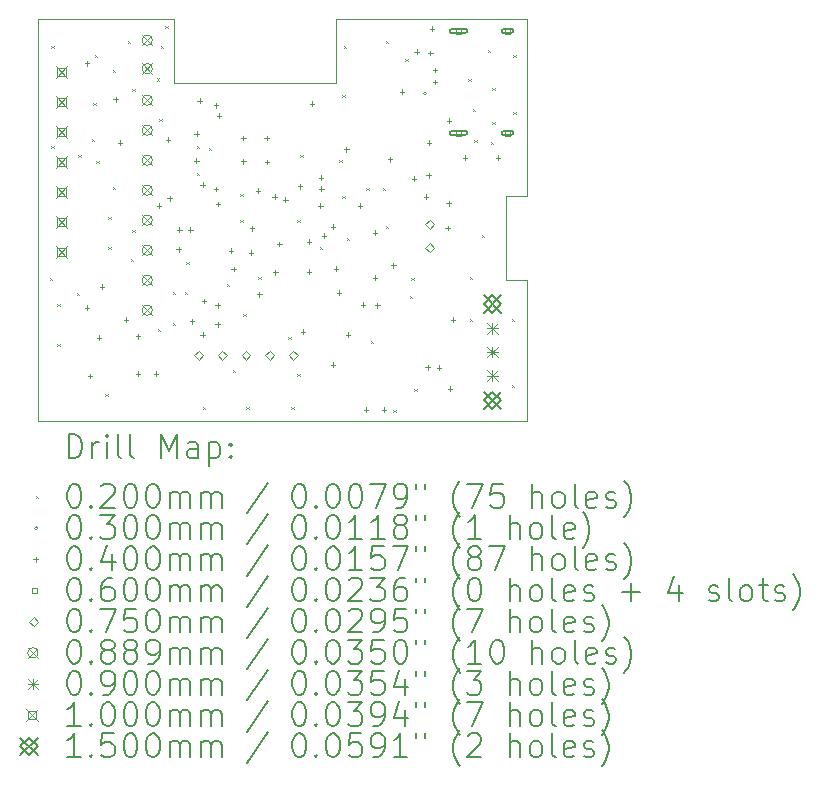
<source format=gbr>
%FSLAX45Y45*%
G04 Gerber Fmt 4.5, Leading zero omitted, Abs format (unit mm)*
G04 Created by KiCad (PCBNEW (6.0.2)) date 2022-03-15 02:50:10*
%MOMM*%
%LPD*%
G01*
G04 APERTURE LIST*
%TA.AperFunction,Profile*%
%ADD10C,0.050000*%
%TD*%
%ADD11C,0.200000*%
%ADD12C,0.020000*%
%ADD13C,0.030000*%
%ADD14C,0.040000*%
%ADD15C,0.060000*%
%ADD16C,0.075000*%
%ADD17C,0.088900*%
%ADD18C,0.090000*%
%ADD19C,0.100000*%
%ADD20C,0.150000*%
G04 APERTURE END LIST*
D10*
X9723120Y-4490500D02*
X9545320Y-4490500D01*
X9545320Y-4490500D02*
X9545320Y-5201700D01*
X9545320Y-5201700D02*
X9723120Y-5201700D01*
X9723120Y-5201700D02*
X9723120Y-6395500D01*
X9723120Y-6395500D02*
X5582920Y-6395500D01*
X5582920Y-6395500D02*
X5582920Y-2990306D01*
X5582920Y-2990306D02*
X6731000Y-2990526D01*
X6731000Y-2990526D02*
X6731000Y-3530600D01*
X6731000Y-3530600D02*
X8102600Y-3530600D01*
X8102600Y-3530600D02*
X8102600Y-2991900D01*
X8102600Y-2991900D02*
X9723120Y-2991900D01*
X9723120Y-2991900D02*
X9723120Y-4490500D01*
D11*
D12*
X5679600Y-5184300D02*
X5699600Y-5204300D01*
X5699600Y-5184300D02*
X5679600Y-5204300D01*
X5692300Y-3215800D02*
X5712300Y-3235800D01*
X5712300Y-3215800D02*
X5692300Y-3235800D01*
X5692300Y-4066700D02*
X5712300Y-4086700D01*
X5712300Y-4066700D02*
X5692300Y-4086700D01*
X5743100Y-5400200D02*
X5763100Y-5420200D01*
X5763100Y-5400200D02*
X5743100Y-5420200D01*
X5743100Y-5743100D02*
X5763100Y-5763100D01*
X5763100Y-5743100D02*
X5743100Y-5763100D01*
X5908200Y-5311300D02*
X5928200Y-5331300D01*
X5928200Y-5311300D02*
X5908200Y-5331300D01*
X5920900Y-4142900D02*
X5940900Y-4162900D01*
X5940900Y-4142900D02*
X5920900Y-4162900D01*
X6035200Y-4003200D02*
X6055200Y-4023200D01*
X6055200Y-4003200D02*
X6035200Y-4023200D01*
X6047900Y-3698400D02*
X6067900Y-3718400D01*
X6067900Y-3698400D02*
X6047900Y-3718400D01*
X6060600Y-3292000D02*
X6080600Y-3312000D01*
X6080600Y-3292000D02*
X6060600Y-3312000D01*
X6073300Y-4193700D02*
X6093300Y-4213700D01*
X6093300Y-4193700D02*
X6073300Y-4213700D01*
X6149500Y-6162200D02*
X6169500Y-6182200D01*
X6169500Y-6162200D02*
X6149500Y-6182200D01*
X6174900Y-4663600D02*
X6194900Y-4683600D01*
X6194900Y-4663600D02*
X6174900Y-4683600D01*
X6174900Y-4917600D02*
X6194900Y-4937600D01*
X6194900Y-4917600D02*
X6174900Y-4937600D01*
X6213000Y-3419000D02*
X6233000Y-3439000D01*
X6233000Y-3419000D02*
X6213000Y-3439000D01*
X6213000Y-4409600D02*
X6233000Y-4429600D01*
X6233000Y-4409600D02*
X6213000Y-4429600D01*
X6340000Y-3177700D02*
X6360000Y-3197700D01*
X6360000Y-3177700D02*
X6340000Y-3197700D01*
X6365400Y-5019200D02*
X6385400Y-5039200D01*
X6385400Y-5019200D02*
X6365400Y-5039200D01*
X6378100Y-3584100D02*
X6398100Y-3604100D01*
X6398100Y-3584100D02*
X6378100Y-3604100D01*
X6378100Y-4777900D02*
X6398100Y-4797900D01*
X6398100Y-4777900D02*
X6378100Y-4797900D01*
X6586950Y-3492047D02*
X6606950Y-3512047D01*
X6606950Y-3492047D02*
X6586950Y-3512047D01*
X6594000Y-5616100D02*
X6614000Y-5636100D01*
X6614000Y-5616100D02*
X6594000Y-5636100D01*
X6606700Y-3838100D02*
X6626700Y-3858100D01*
X6626700Y-3838100D02*
X6606700Y-3858100D01*
X6619400Y-3215800D02*
X6639400Y-3235800D01*
X6639400Y-3215800D02*
X6619400Y-3235800D01*
X6657500Y-3050700D02*
X6677500Y-3070700D01*
X6677500Y-3050700D02*
X6657500Y-3070700D01*
X6721000Y-5298600D02*
X6741000Y-5318600D01*
X6741000Y-5298600D02*
X6721000Y-5318600D01*
X6721000Y-5565300D02*
X6741000Y-5585300D01*
X6741000Y-5565300D02*
X6721000Y-5585300D01*
X6822600Y-5298600D02*
X6842600Y-5318600D01*
X6842600Y-5298600D02*
X6822600Y-5318600D01*
X6835300Y-5044600D02*
X6855300Y-5064600D01*
X6855300Y-5044600D02*
X6835300Y-5064600D01*
X6924200Y-4066700D02*
X6944200Y-4086700D01*
X6944200Y-4066700D02*
X6924200Y-4086700D01*
X6924200Y-4295300D02*
X6944200Y-4315300D01*
X6944200Y-4295300D02*
X6924200Y-4315300D01*
X6975000Y-6276500D02*
X6995000Y-6296500D01*
X6995000Y-6276500D02*
X6975000Y-6296500D01*
X7025800Y-4079400D02*
X7045800Y-4099400D01*
X7045800Y-4079400D02*
X7025800Y-4099400D01*
X7178200Y-5235100D02*
X7198200Y-5255100D01*
X7198200Y-5235100D02*
X7178200Y-5255100D01*
X7229000Y-5959000D02*
X7249000Y-5979000D01*
X7249000Y-5959000D02*
X7229000Y-5979000D01*
X7292500Y-4473100D02*
X7312500Y-4493100D01*
X7312500Y-4473100D02*
X7292500Y-4493100D01*
X7292500Y-4689000D02*
X7312500Y-4709000D01*
X7312500Y-4689000D02*
X7292500Y-4709000D01*
X7317900Y-5489100D02*
X7337900Y-5509100D01*
X7337900Y-5489100D02*
X7317900Y-5509100D01*
X7343300Y-6276500D02*
X7363300Y-6296500D01*
X7363300Y-6276500D02*
X7343300Y-6296500D01*
X7444900Y-5171600D02*
X7464900Y-5191600D01*
X7464900Y-5171600D02*
X7444900Y-5191600D01*
X7698900Y-5679600D02*
X7718900Y-5699600D01*
X7718900Y-5679600D02*
X7698900Y-5699600D01*
X7724300Y-6276500D02*
X7744300Y-6296500D01*
X7744300Y-6276500D02*
X7724300Y-6296500D01*
X7775100Y-4689000D02*
X7795100Y-4709000D01*
X7795100Y-4689000D02*
X7775100Y-4709000D01*
X7775100Y-5997100D02*
X7795100Y-6017100D01*
X7795100Y-5997100D02*
X7775100Y-6017100D01*
X7800500Y-4142900D02*
X7820500Y-4162900D01*
X7820500Y-4142900D02*
X7800500Y-4162900D01*
X7965600Y-4917600D02*
X7985600Y-4937600D01*
X7985600Y-4917600D02*
X7965600Y-4937600D01*
X8130700Y-4181000D02*
X8150700Y-4201000D01*
X8150700Y-4181000D02*
X8130700Y-4201000D01*
X8156100Y-3634900D02*
X8176100Y-3654900D01*
X8176100Y-3634900D02*
X8156100Y-3654900D01*
X8156100Y-4485800D02*
X8176100Y-4505800D01*
X8176100Y-4485800D02*
X8156100Y-4505800D01*
X8168800Y-3215800D02*
X8188800Y-3235800D01*
X8188800Y-3215800D02*
X8168800Y-3235800D01*
X8194200Y-4841400D02*
X8214200Y-4861400D01*
X8214200Y-4841400D02*
X8194200Y-4861400D01*
X8359300Y-4422300D02*
X8379300Y-4442300D01*
X8379300Y-4422300D02*
X8359300Y-4442300D01*
X8397400Y-5717700D02*
X8417400Y-5737700D01*
X8417400Y-5717700D02*
X8397400Y-5737700D01*
X8499000Y-4422300D02*
X8519000Y-4442300D01*
X8519000Y-4422300D02*
X8499000Y-4442300D01*
X8524400Y-3177700D02*
X8544400Y-3197700D01*
X8544400Y-3177700D02*
X8524400Y-3197700D01*
X8524400Y-4739800D02*
X8544400Y-4759800D01*
X8544400Y-4739800D02*
X8524400Y-4759800D01*
X8587900Y-6301900D02*
X8607900Y-6321900D01*
X8607900Y-6301900D02*
X8587900Y-6321900D01*
X8689500Y-3330100D02*
X8709500Y-3350100D01*
X8709500Y-3330100D02*
X8689500Y-3350100D01*
X8727600Y-5336700D02*
X8747600Y-5356700D01*
X8747600Y-5336700D02*
X8727600Y-5356700D01*
X8740300Y-5184300D02*
X8760300Y-5204300D01*
X8760300Y-5184300D02*
X8740300Y-5204300D01*
X8765700Y-6124100D02*
X8785700Y-6144100D01*
X8785700Y-6124100D02*
X8765700Y-6144100D01*
X9222900Y-3495200D02*
X9242900Y-3515200D01*
X9242900Y-3495200D02*
X9222900Y-3515200D01*
X9235600Y-5171600D02*
X9255600Y-5191600D01*
X9255600Y-5171600D02*
X9235600Y-5191600D01*
X9235600Y-5527200D02*
X9255600Y-5547200D01*
X9255600Y-5527200D02*
X9235600Y-5547200D01*
X9261000Y-3749200D02*
X9281000Y-3769200D01*
X9281000Y-3749200D02*
X9261000Y-3769200D01*
X9273700Y-4015900D02*
X9293700Y-4035900D01*
X9293700Y-4015900D02*
X9273700Y-4035900D01*
X9337200Y-4816000D02*
X9357200Y-4836000D01*
X9357200Y-4816000D02*
X9337200Y-4836000D01*
X9388000Y-3253900D02*
X9408000Y-3273900D01*
X9408000Y-3253900D02*
X9388000Y-3273900D01*
X9413400Y-4028600D02*
X9433400Y-4048600D01*
X9433400Y-4028600D02*
X9413400Y-4048600D01*
X9426100Y-3571400D02*
X9446100Y-3591400D01*
X9446100Y-3571400D02*
X9426100Y-3591400D01*
X9426100Y-3863500D02*
X9446100Y-3883500D01*
X9446100Y-3863500D02*
X9426100Y-3883500D01*
X9591200Y-5527200D02*
X9611200Y-5547200D01*
X9611200Y-5527200D02*
X9591200Y-5547200D01*
X9591200Y-6086000D02*
X9611200Y-6106000D01*
X9611200Y-6086000D02*
X9591200Y-6106000D01*
X9603900Y-3292000D02*
X9623900Y-3312000D01*
X9623900Y-3292000D02*
X9603900Y-3312000D01*
X9603900Y-3774600D02*
X9623900Y-3794600D01*
X9623900Y-3774600D02*
X9603900Y-3794600D01*
D13*
X8870989Y-3620750D02*
G75*
G03*
X8870989Y-3620750I-15000J0D01*
G01*
D14*
X5994400Y-3345500D02*
X5994400Y-3385500D01*
X5974400Y-3365500D02*
X6014400Y-3365500D01*
X5994400Y-5415600D02*
X5994400Y-5455600D01*
X5974400Y-5435600D02*
X6014400Y-5435600D01*
X6019800Y-5994720D02*
X6019800Y-6034720D01*
X5999800Y-6014720D02*
X6039800Y-6014720D01*
X6096000Y-5669600D02*
X6096000Y-5709600D01*
X6076000Y-5689600D02*
X6116000Y-5689600D01*
X6121400Y-5237800D02*
X6121400Y-5277800D01*
X6101400Y-5257800D02*
X6141400Y-5257800D01*
X6235700Y-3650300D02*
X6235700Y-3690300D01*
X6215700Y-3670300D02*
X6255700Y-3670300D01*
X6273800Y-4018600D02*
X6273800Y-4058600D01*
X6253800Y-4038600D02*
X6293800Y-4038600D01*
X6324600Y-5517200D02*
X6324600Y-5557200D01*
X6304600Y-5537200D02*
X6344600Y-5537200D01*
X6426200Y-5658550D02*
X6426200Y-5698550D01*
X6406200Y-5678550D02*
X6446200Y-5678550D01*
X6426200Y-5974400D02*
X6426200Y-6014400D01*
X6406200Y-5994400D02*
X6446200Y-5994400D01*
X6578600Y-5974400D02*
X6578600Y-6014400D01*
X6558600Y-5994400D02*
X6598600Y-5994400D01*
X6604000Y-4552000D02*
X6604000Y-4592000D01*
X6584000Y-4572000D02*
X6624000Y-4572000D01*
X6680200Y-3993200D02*
X6680200Y-4033200D01*
X6660200Y-4013200D02*
X6700200Y-4013200D01*
X6692900Y-4488500D02*
X6692900Y-4528500D01*
X6672900Y-4508500D02*
X6712900Y-4508500D01*
X6769100Y-4920300D02*
X6769100Y-4960300D01*
X6749100Y-4940300D02*
X6789100Y-4940300D01*
X6775510Y-4755200D02*
X6775510Y-4795200D01*
X6755510Y-4775200D02*
X6795510Y-4775200D01*
X6868160Y-4755200D02*
X6868160Y-4795200D01*
X6848160Y-4775200D02*
X6888160Y-4775200D01*
X6883400Y-5529900D02*
X6883400Y-5569900D01*
X6863400Y-5549900D02*
X6903400Y-5549900D01*
X6919450Y-4171000D02*
X6919450Y-4211000D01*
X6899450Y-4191000D02*
X6939450Y-4191000D01*
X6921500Y-3942400D02*
X6921500Y-3982400D01*
X6901500Y-3962400D02*
X6941500Y-3962400D01*
X6948518Y-3661382D02*
X6948518Y-3701382D01*
X6928518Y-3681382D02*
X6968518Y-3681382D01*
X6972300Y-4374200D02*
X6972300Y-4414200D01*
X6952300Y-4394200D02*
X6992300Y-4394200D01*
X6972300Y-5644200D02*
X6972300Y-5684200D01*
X6952300Y-5664200D02*
X6992300Y-5664200D01*
X6985000Y-5358200D02*
X6985000Y-5398200D01*
X6965000Y-5378200D02*
X7005000Y-5378200D01*
X7086600Y-3701100D02*
X7086600Y-3741100D01*
X7066600Y-3721100D02*
X7106600Y-3721100D01*
X7086600Y-4409760D02*
X7086600Y-4449760D01*
X7066600Y-4429760D02*
X7106600Y-4429760D01*
X7099300Y-5396600D02*
X7099300Y-5436600D01*
X7079300Y-5416600D02*
X7119300Y-5416600D01*
X7099300Y-5555300D02*
X7099300Y-5595300D01*
X7079300Y-5575300D02*
X7119300Y-5575300D01*
X7104150Y-4536760D02*
X7104150Y-4576760D01*
X7084150Y-4556760D02*
X7124150Y-4556760D01*
X7112053Y-3790185D02*
X7112053Y-3830185D01*
X7092053Y-3810185D02*
X7132053Y-3810185D01*
X7213600Y-4934300D02*
X7213600Y-4974300D01*
X7193600Y-4954300D02*
X7233600Y-4954300D01*
X7236400Y-5088000D02*
X7236400Y-5128000D01*
X7216400Y-5108000D02*
X7256400Y-5108000D01*
X7316856Y-3978291D02*
X7316856Y-4018291D01*
X7296856Y-3998291D02*
X7336856Y-3998291D01*
X7316856Y-4177082D02*
X7316856Y-4217082D01*
X7296856Y-4197082D02*
X7336856Y-4197082D01*
X7381850Y-4948850D02*
X7381850Y-4988850D01*
X7361850Y-4968850D02*
X7401850Y-4968850D01*
X7391400Y-4742500D02*
X7391400Y-4782500D01*
X7371400Y-4762500D02*
X7411400Y-4762500D01*
X7442200Y-4425000D02*
X7442200Y-4465000D01*
X7422200Y-4445000D02*
X7462200Y-4445000D01*
X7453250Y-5301300D02*
X7453250Y-5341300D01*
X7433250Y-5321300D02*
X7473250Y-5321300D01*
X7513991Y-3978291D02*
X7513991Y-4018291D01*
X7493991Y-3998291D02*
X7533991Y-3998291D01*
X7518961Y-4182052D02*
X7518961Y-4222052D01*
X7498961Y-4202052D02*
X7538961Y-4202052D01*
X7581900Y-4475800D02*
X7581900Y-4515800D01*
X7561900Y-4495800D02*
X7601900Y-4495800D01*
X7589520Y-5115880D02*
X7589520Y-5155880D01*
X7569520Y-5135880D02*
X7609520Y-5135880D01*
X7622000Y-4876900D02*
X7622000Y-4916900D01*
X7602000Y-4896900D02*
X7642000Y-4896900D01*
X7672990Y-4501199D02*
X7672990Y-4541199D01*
X7652990Y-4521199D02*
X7692990Y-4521199D01*
X7797800Y-4386900D02*
X7797800Y-4426900D01*
X7777800Y-4406900D02*
X7817800Y-4406900D01*
X7823200Y-5618800D02*
X7823200Y-5658800D01*
X7803200Y-5638800D02*
X7843200Y-5638800D01*
X7874000Y-4856800D02*
X7874000Y-4896800D01*
X7854000Y-4876800D02*
X7894000Y-4876800D01*
X7874000Y-5110800D02*
X7874000Y-5150800D01*
X7854000Y-5130800D02*
X7894000Y-5130800D01*
X7899400Y-3688400D02*
X7899400Y-3728400D01*
X7879400Y-3708400D02*
X7919400Y-3708400D01*
X7969450Y-4553051D02*
X7969450Y-4593051D01*
X7949450Y-4573051D02*
X7989450Y-4573051D01*
X7975600Y-4313240D02*
X7975600Y-4353240D01*
X7955600Y-4333240D02*
X7995600Y-4333240D01*
X7978140Y-4407220D02*
X7978140Y-4447220D01*
X7958140Y-4427220D02*
X7998140Y-4427220D01*
X8001000Y-4806000D02*
X8001000Y-4846000D01*
X7981000Y-4826000D02*
X8021000Y-4826000D01*
X8077200Y-4729800D02*
X8077200Y-4769800D01*
X8057200Y-4749800D02*
X8097200Y-4749800D01*
X8077200Y-5898200D02*
X8077200Y-5938200D01*
X8057200Y-5918200D02*
X8097200Y-5918200D01*
X8102600Y-5085400D02*
X8102600Y-5125400D01*
X8082600Y-5105400D02*
X8122600Y-5105400D01*
X8128000Y-5288600D02*
X8128000Y-5328600D01*
X8108000Y-5308600D02*
X8148000Y-5308600D01*
X8188960Y-4074480D02*
X8188960Y-4114480D01*
X8168960Y-4094480D02*
X8208960Y-4094480D01*
X8204200Y-5644200D02*
X8204200Y-5684200D01*
X8184200Y-5664200D02*
X8224200Y-5664200D01*
X8305800Y-4552000D02*
X8305800Y-4592000D01*
X8285800Y-4572000D02*
X8325800Y-4572000D01*
X8331200Y-5390200D02*
X8331200Y-5430200D01*
X8311200Y-5410200D02*
X8351200Y-5410200D01*
X8356600Y-6279200D02*
X8356600Y-6319200D01*
X8336600Y-6299200D02*
X8376600Y-6299200D01*
X8432800Y-4780600D02*
X8432800Y-4820600D01*
X8412800Y-4800600D02*
X8452800Y-4800600D01*
X8432800Y-5161600D02*
X8432800Y-5201600D01*
X8412800Y-5181600D02*
X8452800Y-5181600D01*
X8453300Y-5395100D02*
X8453300Y-5435100D01*
X8433300Y-5415100D02*
X8473300Y-5415100D01*
X8509000Y-6279200D02*
X8509000Y-6319200D01*
X8489000Y-6299200D02*
X8529000Y-6299200D01*
X8559800Y-4158300D02*
X8559800Y-4198300D01*
X8539800Y-4178300D02*
X8579800Y-4178300D01*
X8588750Y-5056150D02*
X8588750Y-5096150D01*
X8568750Y-5076150D02*
X8608750Y-5076150D01*
X8661400Y-3586800D02*
X8661400Y-3626800D01*
X8641400Y-3606800D02*
X8681400Y-3606800D01*
X8763000Y-4323400D02*
X8763000Y-4363400D01*
X8743000Y-4343400D02*
X8783000Y-4343400D01*
X8784900Y-3247300D02*
X8784900Y-3287300D01*
X8764900Y-3267300D02*
X8804900Y-3267300D01*
X8864600Y-4475800D02*
X8864600Y-4515800D01*
X8844600Y-4495800D02*
X8884600Y-4495800D01*
X8879662Y-5920286D02*
X8879662Y-5960286D01*
X8859662Y-5940286D02*
X8899662Y-5940286D01*
X8888000Y-4296000D02*
X8888000Y-4336000D01*
X8868000Y-4316000D02*
X8908000Y-4316000D01*
X8890000Y-4018600D02*
X8890000Y-4058600D01*
X8870000Y-4038600D02*
X8910000Y-4038600D01*
X8901907Y-3259043D02*
X8901907Y-3299043D01*
X8881907Y-3279043D02*
X8921907Y-3279043D01*
X8915400Y-3053400D02*
X8915400Y-3093400D01*
X8895400Y-3073400D02*
X8935400Y-3073400D01*
X8940800Y-3403920D02*
X8940800Y-3443920D01*
X8920800Y-3423920D02*
X8960800Y-3423920D01*
X8940800Y-3505520D02*
X8940800Y-3545520D01*
X8920800Y-3525520D02*
X8960800Y-3525520D01*
X8974180Y-5922601D02*
X8974180Y-5962601D01*
X8954180Y-5942601D02*
X8994180Y-5942601D01*
X9047480Y-4739960D02*
X9047480Y-4779960D01*
X9027480Y-4759960D02*
X9067480Y-4759960D01*
X9057640Y-4531680D02*
X9057640Y-4571680D01*
X9037640Y-4551680D02*
X9077640Y-4551680D01*
X9059051Y-3833670D02*
X9059051Y-3873670D01*
X9039051Y-3853670D02*
X9079051Y-3853670D01*
X9067800Y-6101400D02*
X9067800Y-6141400D01*
X9047800Y-6121400D02*
X9087800Y-6121400D01*
X9093200Y-5517200D02*
X9093200Y-5557200D01*
X9073200Y-5537200D02*
X9113200Y-5537200D01*
X9194800Y-4145600D02*
X9194800Y-4185600D01*
X9174800Y-4165600D02*
X9214800Y-4165600D01*
X9474200Y-4145600D02*
X9474200Y-4185600D01*
X9454200Y-4165600D02*
X9494200Y-4165600D01*
D15*
X9159513Y-3114512D02*
X9159513Y-3072086D01*
X9117087Y-3072086D01*
X9117087Y-3114512D01*
X9159513Y-3114512D01*
D11*
X9083300Y-3113299D02*
X9193300Y-3113299D01*
X9083300Y-3073299D02*
X9193300Y-3073299D01*
X9193300Y-3113299D02*
G75*
G03*
X9193300Y-3073299I0J20000D01*
G01*
X9083300Y-3073299D02*
G75*
G03*
X9083300Y-3113299I0J-20000D01*
G01*
D15*
X9159513Y-3978512D02*
X9159513Y-3936086D01*
X9117087Y-3936086D01*
X9117087Y-3978512D01*
X9159513Y-3978512D01*
D11*
X9083300Y-3977299D02*
X9193300Y-3977299D01*
X9083300Y-3937299D02*
X9193300Y-3937299D01*
X9193300Y-3977299D02*
G75*
G03*
X9193300Y-3937299I0J20000D01*
G01*
X9083300Y-3937299D02*
G75*
G03*
X9083300Y-3977299I0J-20000D01*
G01*
D15*
X9577513Y-3114512D02*
X9577513Y-3072086D01*
X9535087Y-3072086D01*
X9535087Y-3114512D01*
X9577513Y-3114512D01*
D11*
X9526300Y-3113299D02*
X9586300Y-3113299D01*
X9526300Y-3073299D02*
X9586300Y-3073299D01*
X9586300Y-3113299D02*
G75*
G03*
X9586300Y-3073299I0J20000D01*
G01*
X9526300Y-3073299D02*
G75*
G03*
X9526300Y-3113299I0J-20000D01*
G01*
D15*
X9577513Y-3978512D02*
X9577513Y-3936086D01*
X9535087Y-3936086D01*
X9535087Y-3978512D01*
X9577513Y-3978512D01*
D11*
X9526300Y-3977299D02*
X9586300Y-3977299D01*
X9526300Y-3937299D02*
X9586300Y-3937299D01*
X9586300Y-3977299D02*
G75*
G03*
X9586300Y-3937299I0J20000D01*
G01*
X9526300Y-3937299D02*
G75*
G03*
X9526300Y-3977299I0J-20000D01*
G01*
D16*
X6940601Y-5874200D02*
X6978101Y-5836700D01*
X6940601Y-5799200D01*
X6903101Y-5836700D01*
X6940601Y-5874200D01*
X7140601Y-5874200D02*
X7178101Y-5836700D01*
X7140601Y-5799200D01*
X7103101Y-5836700D01*
X7140601Y-5874200D01*
X7340601Y-5874200D02*
X7378101Y-5836700D01*
X7340601Y-5799200D01*
X7303101Y-5836700D01*
X7340601Y-5874200D01*
X7540601Y-5874200D02*
X7578101Y-5836700D01*
X7540601Y-5799200D01*
X7503101Y-5836700D01*
X7540601Y-5874200D01*
X7740601Y-5874200D02*
X7778101Y-5836700D01*
X7740601Y-5799200D01*
X7703101Y-5836700D01*
X7740601Y-5874200D01*
X8895080Y-4765100D02*
X8932580Y-4727600D01*
X8895080Y-4690100D01*
X8857580Y-4727600D01*
X8895080Y-4765100D01*
X8895080Y-4965100D02*
X8932580Y-4927600D01*
X8895080Y-4890100D01*
X8857580Y-4927600D01*
X8895080Y-4965100D01*
D17*
X6459396Y-3126296D02*
X6548296Y-3215196D01*
X6548296Y-3126296D02*
X6459396Y-3215196D01*
X6548296Y-3170746D02*
G75*
G03*
X6548296Y-3170746I-44450J0D01*
G01*
X6459396Y-3367596D02*
X6548296Y-3456496D01*
X6548296Y-3367596D02*
X6459396Y-3456496D01*
X6548296Y-3412046D02*
G75*
G03*
X6548296Y-3412046I-44450J0D01*
G01*
X6459396Y-3634296D02*
X6548296Y-3723196D01*
X6548296Y-3634296D02*
X6459396Y-3723196D01*
X6548296Y-3678746D02*
G75*
G03*
X6548296Y-3678746I-44450J0D01*
G01*
X6459396Y-3888296D02*
X6548296Y-3977196D01*
X6548296Y-3888296D02*
X6459396Y-3977196D01*
X6548296Y-3932746D02*
G75*
G03*
X6548296Y-3932746I-44450J0D01*
G01*
X6459396Y-4142296D02*
X6548296Y-4231196D01*
X6548296Y-4142296D02*
X6459396Y-4231196D01*
X6548296Y-4186746D02*
G75*
G03*
X6548296Y-4186746I-44450J0D01*
G01*
X6459396Y-4396296D02*
X6548296Y-4485196D01*
X6548296Y-4396296D02*
X6459396Y-4485196D01*
X6548296Y-4440746D02*
G75*
G03*
X6548296Y-4440746I-44450J0D01*
G01*
X6459396Y-4650296D02*
X6548296Y-4739196D01*
X6548296Y-4650296D02*
X6459396Y-4739196D01*
X6548296Y-4694746D02*
G75*
G03*
X6548296Y-4694746I-44450J0D01*
G01*
X6459396Y-4904296D02*
X6548296Y-4993196D01*
X6548296Y-4904296D02*
X6459396Y-4993196D01*
X6548296Y-4948746D02*
G75*
G03*
X6548296Y-4948746I-44450J0D01*
G01*
X6459396Y-5158296D02*
X6548296Y-5247196D01*
X6548296Y-5158296D02*
X6459396Y-5247196D01*
X6548296Y-5202746D02*
G75*
G03*
X6548296Y-5202746I-44450J0D01*
G01*
X6459396Y-5412296D02*
X6548296Y-5501196D01*
X6548296Y-5412296D02*
X6459396Y-5501196D01*
X6548296Y-5456746D02*
G75*
G03*
X6548296Y-5456746I-44450J0D01*
G01*
D18*
X9381600Y-5566299D02*
X9471600Y-5656299D01*
X9471600Y-5566299D02*
X9381600Y-5656299D01*
X9426600Y-5566299D02*
X9426600Y-5656299D01*
X9381600Y-5611299D02*
X9471600Y-5611299D01*
X9381600Y-5766299D02*
X9471600Y-5856299D01*
X9471600Y-5766299D02*
X9381600Y-5856299D01*
X9426600Y-5766299D02*
X9426600Y-5856299D01*
X9381600Y-5811299D02*
X9471600Y-5811299D01*
X9381600Y-5966299D02*
X9471600Y-6056299D01*
X9471600Y-5966299D02*
X9381600Y-6056299D01*
X9426600Y-5966299D02*
X9426600Y-6056299D01*
X9381600Y-6011299D02*
X9471600Y-6011299D01*
D19*
X5728500Y-3391700D02*
X5828500Y-3491700D01*
X5828500Y-3391700D02*
X5728500Y-3491700D01*
X5813856Y-3477056D02*
X5813856Y-3406344D01*
X5743144Y-3406344D01*
X5743144Y-3477056D01*
X5813856Y-3477056D01*
X5728500Y-3645700D02*
X5828500Y-3745700D01*
X5828500Y-3645700D02*
X5728500Y-3745700D01*
X5813856Y-3731056D02*
X5813856Y-3660344D01*
X5743144Y-3660344D01*
X5743144Y-3731056D01*
X5813856Y-3731056D01*
X5728500Y-3899700D02*
X5828500Y-3999700D01*
X5828500Y-3899700D02*
X5728500Y-3999700D01*
X5813856Y-3985056D02*
X5813856Y-3914344D01*
X5743144Y-3914344D01*
X5743144Y-3985056D01*
X5813856Y-3985056D01*
X5728500Y-4153700D02*
X5828500Y-4253700D01*
X5828500Y-4153700D02*
X5728500Y-4253700D01*
X5813856Y-4239056D02*
X5813856Y-4168344D01*
X5743144Y-4168344D01*
X5743144Y-4239056D01*
X5813856Y-4239056D01*
X5728500Y-4407700D02*
X5828500Y-4507700D01*
X5828500Y-4407700D02*
X5728500Y-4507700D01*
X5813856Y-4493056D02*
X5813856Y-4422344D01*
X5743144Y-4422344D01*
X5743144Y-4493056D01*
X5813856Y-4493056D01*
X5728500Y-4661700D02*
X5828500Y-4761700D01*
X5828500Y-4661700D02*
X5728500Y-4761700D01*
X5813856Y-4747056D02*
X5813856Y-4676344D01*
X5743144Y-4676344D01*
X5743144Y-4747056D01*
X5813856Y-4747056D01*
X5728500Y-4915700D02*
X5828500Y-5015700D01*
X5828500Y-4915700D02*
X5728500Y-5015700D01*
X5813856Y-5001056D02*
X5813856Y-4930344D01*
X5743144Y-4930344D01*
X5743144Y-5001056D01*
X5813856Y-5001056D01*
D20*
X9351600Y-5326299D02*
X9501600Y-5476299D01*
X9501600Y-5326299D02*
X9351600Y-5476299D01*
X9426600Y-5476299D02*
X9501600Y-5401299D01*
X9426600Y-5326299D01*
X9351600Y-5401299D01*
X9426600Y-5476299D01*
X9351600Y-6146299D02*
X9501600Y-6296299D01*
X9501600Y-6146299D02*
X9351600Y-6296299D01*
X9426600Y-6296299D02*
X9501600Y-6221299D01*
X9426600Y-6146299D01*
X9351600Y-6221299D01*
X9426600Y-6296299D01*
D11*
X5838039Y-6708476D02*
X5838039Y-6508476D01*
X5885658Y-6508476D01*
X5914229Y-6518000D01*
X5933277Y-6537048D01*
X5942801Y-6556095D01*
X5952325Y-6594190D01*
X5952325Y-6622762D01*
X5942801Y-6660857D01*
X5933277Y-6679905D01*
X5914229Y-6698952D01*
X5885658Y-6708476D01*
X5838039Y-6708476D01*
X6038039Y-6708476D02*
X6038039Y-6575143D01*
X6038039Y-6613238D02*
X6047563Y-6594190D01*
X6057087Y-6584667D01*
X6076134Y-6575143D01*
X6095182Y-6575143D01*
X6161848Y-6708476D02*
X6161848Y-6575143D01*
X6161848Y-6508476D02*
X6152325Y-6518000D01*
X6161848Y-6527524D01*
X6171372Y-6518000D01*
X6161848Y-6508476D01*
X6161848Y-6527524D01*
X6285658Y-6708476D02*
X6266610Y-6698952D01*
X6257087Y-6679905D01*
X6257087Y-6508476D01*
X6390420Y-6708476D02*
X6371372Y-6698952D01*
X6361848Y-6679905D01*
X6361848Y-6508476D01*
X6618991Y-6708476D02*
X6618991Y-6508476D01*
X6685658Y-6651333D01*
X6752325Y-6508476D01*
X6752325Y-6708476D01*
X6933277Y-6708476D02*
X6933277Y-6603714D01*
X6923753Y-6584667D01*
X6904706Y-6575143D01*
X6866610Y-6575143D01*
X6847563Y-6584667D01*
X6933277Y-6698952D02*
X6914229Y-6708476D01*
X6866610Y-6708476D01*
X6847563Y-6698952D01*
X6838039Y-6679905D01*
X6838039Y-6660857D01*
X6847563Y-6641809D01*
X6866610Y-6632286D01*
X6914229Y-6632286D01*
X6933277Y-6622762D01*
X7028515Y-6575143D02*
X7028515Y-6775143D01*
X7028515Y-6584667D02*
X7047563Y-6575143D01*
X7085658Y-6575143D01*
X7104706Y-6584667D01*
X7114229Y-6594190D01*
X7123753Y-6613238D01*
X7123753Y-6670381D01*
X7114229Y-6689428D01*
X7104706Y-6698952D01*
X7085658Y-6708476D01*
X7047563Y-6708476D01*
X7028515Y-6698952D01*
X7209468Y-6689428D02*
X7218991Y-6698952D01*
X7209468Y-6708476D01*
X7199944Y-6698952D01*
X7209468Y-6689428D01*
X7209468Y-6708476D01*
X7209468Y-6584667D02*
X7218991Y-6594190D01*
X7209468Y-6603714D01*
X7199944Y-6594190D01*
X7209468Y-6584667D01*
X7209468Y-6603714D01*
D12*
X5560420Y-7028000D02*
X5580420Y-7048000D01*
X5580420Y-7028000D02*
X5560420Y-7048000D01*
D11*
X5876134Y-6928476D02*
X5895182Y-6928476D01*
X5914229Y-6938000D01*
X5923753Y-6947524D01*
X5933277Y-6966571D01*
X5942801Y-7004667D01*
X5942801Y-7052286D01*
X5933277Y-7090381D01*
X5923753Y-7109428D01*
X5914229Y-7118952D01*
X5895182Y-7128476D01*
X5876134Y-7128476D01*
X5857087Y-7118952D01*
X5847563Y-7109428D01*
X5838039Y-7090381D01*
X5828515Y-7052286D01*
X5828515Y-7004667D01*
X5838039Y-6966571D01*
X5847563Y-6947524D01*
X5857087Y-6938000D01*
X5876134Y-6928476D01*
X6028515Y-7109428D02*
X6038039Y-7118952D01*
X6028515Y-7128476D01*
X6018991Y-7118952D01*
X6028515Y-7109428D01*
X6028515Y-7128476D01*
X6114229Y-6947524D02*
X6123753Y-6938000D01*
X6142801Y-6928476D01*
X6190420Y-6928476D01*
X6209468Y-6938000D01*
X6218991Y-6947524D01*
X6228515Y-6966571D01*
X6228515Y-6985619D01*
X6218991Y-7014190D01*
X6104706Y-7128476D01*
X6228515Y-7128476D01*
X6352325Y-6928476D02*
X6371372Y-6928476D01*
X6390420Y-6938000D01*
X6399944Y-6947524D01*
X6409468Y-6966571D01*
X6418991Y-7004667D01*
X6418991Y-7052286D01*
X6409468Y-7090381D01*
X6399944Y-7109428D01*
X6390420Y-7118952D01*
X6371372Y-7128476D01*
X6352325Y-7128476D01*
X6333277Y-7118952D01*
X6323753Y-7109428D01*
X6314229Y-7090381D01*
X6304706Y-7052286D01*
X6304706Y-7004667D01*
X6314229Y-6966571D01*
X6323753Y-6947524D01*
X6333277Y-6938000D01*
X6352325Y-6928476D01*
X6542801Y-6928476D02*
X6561848Y-6928476D01*
X6580896Y-6938000D01*
X6590420Y-6947524D01*
X6599944Y-6966571D01*
X6609468Y-7004667D01*
X6609468Y-7052286D01*
X6599944Y-7090381D01*
X6590420Y-7109428D01*
X6580896Y-7118952D01*
X6561848Y-7128476D01*
X6542801Y-7128476D01*
X6523753Y-7118952D01*
X6514229Y-7109428D01*
X6504706Y-7090381D01*
X6495182Y-7052286D01*
X6495182Y-7004667D01*
X6504706Y-6966571D01*
X6514229Y-6947524D01*
X6523753Y-6938000D01*
X6542801Y-6928476D01*
X6695182Y-7128476D02*
X6695182Y-6995143D01*
X6695182Y-7014190D02*
X6704706Y-7004667D01*
X6723753Y-6995143D01*
X6752325Y-6995143D01*
X6771372Y-7004667D01*
X6780896Y-7023714D01*
X6780896Y-7128476D01*
X6780896Y-7023714D02*
X6790420Y-7004667D01*
X6809468Y-6995143D01*
X6838039Y-6995143D01*
X6857087Y-7004667D01*
X6866610Y-7023714D01*
X6866610Y-7128476D01*
X6961848Y-7128476D02*
X6961848Y-6995143D01*
X6961848Y-7014190D02*
X6971372Y-7004667D01*
X6990420Y-6995143D01*
X7018991Y-6995143D01*
X7038039Y-7004667D01*
X7047563Y-7023714D01*
X7047563Y-7128476D01*
X7047563Y-7023714D02*
X7057087Y-7004667D01*
X7076134Y-6995143D01*
X7104706Y-6995143D01*
X7123753Y-7004667D01*
X7133277Y-7023714D01*
X7133277Y-7128476D01*
X7523753Y-6918952D02*
X7352325Y-7176095D01*
X7780896Y-6928476D02*
X7799944Y-6928476D01*
X7818991Y-6938000D01*
X7828515Y-6947524D01*
X7838039Y-6966571D01*
X7847563Y-7004667D01*
X7847563Y-7052286D01*
X7838039Y-7090381D01*
X7828515Y-7109428D01*
X7818991Y-7118952D01*
X7799944Y-7128476D01*
X7780896Y-7128476D01*
X7761848Y-7118952D01*
X7752325Y-7109428D01*
X7742801Y-7090381D01*
X7733277Y-7052286D01*
X7733277Y-7004667D01*
X7742801Y-6966571D01*
X7752325Y-6947524D01*
X7761848Y-6938000D01*
X7780896Y-6928476D01*
X7933277Y-7109428D02*
X7942801Y-7118952D01*
X7933277Y-7128476D01*
X7923753Y-7118952D01*
X7933277Y-7109428D01*
X7933277Y-7128476D01*
X8066610Y-6928476D02*
X8085658Y-6928476D01*
X8104706Y-6938000D01*
X8114229Y-6947524D01*
X8123753Y-6966571D01*
X8133277Y-7004667D01*
X8133277Y-7052286D01*
X8123753Y-7090381D01*
X8114229Y-7109428D01*
X8104706Y-7118952D01*
X8085658Y-7128476D01*
X8066610Y-7128476D01*
X8047563Y-7118952D01*
X8038039Y-7109428D01*
X8028515Y-7090381D01*
X8018991Y-7052286D01*
X8018991Y-7004667D01*
X8028515Y-6966571D01*
X8038039Y-6947524D01*
X8047563Y-6938000D01*
X8066610Y-6928476D01*
X8257087Y-6928476D02*
X8276134Y-6928476D01*
X8295182Y-6938000D01*
X8304706Y-6947524D01*
X8314229Y-6966571D01*
X8323753Y-7004667D01*
X8323753Y-7052286D01*
X8314229Y-7090381D01*
X8304706Y-7109428D01*
X8295182Y-7118952D01*
X8276134Y-7128476D01*
X8257087Y-7128476D01*
X8238039Y-7118952D01*
X8228515Y-7109428D01*
X8218991Y-7090381D01*
X8209468Y-7052286D01*
X8209468Y-7004667D01*
X8218991Y-6966571D01*
X8228515Y-6947524D01*
X8238039Y-6938000D01*
X8257087Y-6928476D01*
X8390420Y-6928476D02*
X8523753Y-6928476D01*
X8438039Y-7128476D01*
X8609468Y-7128476D02*
X8647563Y-7128476D01*
X8666610Y-7118952D01*
X8676134Y-7109428D01*
X8695182Y-7080857D01*
X8704706Y-7042762D01*
X8704706Y-6966571D01*
X8695182Y-6947524D01*
X8685658Y-6938000D01*
X8666610Y-6928476D01*
X8628515Y-6928476D01*
X8609468Y-6938000D01*
X8599944Y-6947524D01*
X8590420Y-6966571D01*
X8590420Y-7014190D01*
X8599944Y-7033238D01*
X8609468Y-7042762D01*
X8628515Y-7052286D01*
X8666610Y-7052286D01*
X8685658Y-7042762D01*
X8695182Y-7033238D01*
X8704706Y-7014190D01*
X8780896Y-6928476D02*
X8780896Y-6966571D01*
X8857087Y-6928476D02*
X8857087Y-6966571D01*
X9152325Y-7204667D02*
X9142801Y-7195143D01*
X9123753Y-7166571D01*
X9114230Y-7147524D01*
X9104706Y-7118952D01*
X9095182Y-7071333D01*
X9095182Y-7033238D01*
X9104706Y-6985619D01*
X9114230Y-6957048D01*
X9123753Y-6938000D01*
X9142801Y-6909428D01*
X9152325Y-6899905D01*
X9209468Y-6928476D02*
X9342801Y-6928476D01*
X9257087Y-7128476D01*
X9514230Y-6928476D02*
X9418991Y-6928476D01*
X9409468Y-7023714D01*
X9418991Y-7014190D01*
X9438039Y-7004667D01*
X9485658Y-7004667D01*
X9504706Y-7014190D01*
X9514230Y-7023714D01*
X9523753Y-7042762D01*
X9523753Y-7090381D01*
X9514230Y-7109428D01*
X9504706Y-7118952D01*
X9485658Y-7128476D01*
X9438039Y-7128476D01*
X9418991Y-7118952D01*
X9409468Y-7109428D01*
X9761849Y-7128476D02*
X9761849Y-6928476D01*
X9847563Y-7128476D02*
X9847563Y-7023714D01*
X9838039Y-7004667D01*
X9818991Y-6995143D01*
X9790420Y-6995143D01*
X9771372Y-7004667D01*
X9761849Y-7014190D01*
X9971372Y-7128476D02*
X9952325Y-7118952D01*
X9942801Y-7109428D01*
X9933277Y-7090381D01*
X9933277Y-7033238D01*
X9942801Y-7014190D01*
X9952325Y-7004667D01*
X9971372Y-6995143D01*
X9999944Y-6995143D01*
X10018991Y-7004667D01*
X10028515Y-7014190D01*
X10038039Y-7033238D01*
X10038039Y-7090381D01*
X10028515Y-7109428D01*
X10018991Y-7118952D01*
X9999944Y-7128476D01*
X9971372Y-7128476D01*
X10152325Y-7128476D02*
X10133277Y-7118952D01*
X10123753Y-7099905D01*
X10123753Y-6928476D01*
X10304706Y-7118952D02*
X10285658Y-7128476D01*
X10247563Y-7128476D01*
X10228515Y-7118952D01*
X10218991Y-7099905D01*
X10218991Y-7023714D01*
X10228515Y-7004667D01*
X10247563Y-6995143D01*
X10285658Y-6995143D01*
X10304706Y-7004667D01*
X10314230Y-7023714D01*
X10314230Y-7042762D01*
X10218991Y-7061809D01*
X10390420Y-7118952D02*
X10409468Y-7128476D01*
X10447563Y-7128476D01*
X10466610Y-7118952D01*
X10476134Y-7099905D01*
X10476134Y-7090381D01*
X10466610Y-7071333D01*
X10447563Y-7061809D01*
X10418991Y-7061809D01*
X10399944Y-7052286D01*
X10390420Y-7033238D01*
X10390420Y-7023714D01*
X10399944Y-7004667D01*
X10418991Y-6995143D01*
X10447563Y-6995143D01*
X10466610Y-7004667D01*
X10542801Y-7204667D02*
X10552325Y-7195143D01*
X10571372Y-7166571D01*
X10580896Y-7147524D01*
X10590420Y-7118952D01*
X10599944Y-7071333D01*
X10599944Y-7033238D01*
X10590420Y-6985619D01*
X10580896Y-6957048D01*
X10571372Y-6938000D01*
X10552325Y-6909428D01*
X10542801Y-6899905D01*
D13*
X5580420Y-7302000D02*
G75*
G03*
X5580420Y-7302000I-15000J0D01*
G01*
D11*
X5876134Y-7192476D02*
X5895182Y-7192476D01*
X5914229Y-7202000D01*
X5923753Y-7211524D01*
X5933277Y-7230571D01*
X5942801Y-7268667D01*
X5942801Y-7316286D01*
X5933277Y-7354381D01*
X5923753Y-7373428D01*
X5914229Y-7382952D01*
X5895182Y-7392476D01*
X5876134Y-7392476D01*
X5857087Y-7382952D01*
X5847563Y-7373428D01*
X5838039Y-7354381D01*
X5828515Y-7316286D01*
X5828515Y-7268667D01*
X5838039Y-7230571D01*
X5847563Y-7211524D01*
X5857087Y-7202000D01*
X5876134Y-7192476D01*
X6028515Y-7373428D02*
X6038039Y-7382952D01*
X6028515Y-7392476D01*
X6018991Y-7382952D01*
X6028515Y-7373428D01*
X6028515Y-7392476D01*
X6104706Y-7192476D02*
X6228515Y-7192476D01*
X6161848Y-7268667D01*
X6190420Y-7268667D01*
X6209468Y-7278190D01*
X6218991Y-7287714D01*
X6228515Y-7306762D01*
X6228515Y-7354381D01*
X6218991Y-7373428D01*
X6209468Y-7382952D01*
X6190420Y-7392476D01*
X6133277Y-7392476D01*
X6114229Y-7382952D01*
X6104706Y-7373428D01*
X6352325Y-7192476D02*
X6371372Y-7192476D01*
X6390420Y-7202000D01*
X6399944Y-7211524D01*
X6409468Y-7230571D01*
X6418991Y-7268667D01*
X6418991Y-7316286D01*
X6409468Y-7354381D01*
X6399944Y-7373428D01*
X6390420Y-7382952D01*
X6371372Y-7392476D01*
X6352325Y-7392476D01*
X6333277Y-7382952D01*
X6323753Y-7373428D01*
X6314229Y-7354381D01*
X6304706Y-7316286D01*
X6304706Y-7268667D01*
X6314229Y-7230571D01*
X6323753Y-7211524D01*
X6333277Y-7202000D01*
X6352325Y-7192476D01*
X6542801Y-7192476D02*
X6561848Y-7192476D01*
X6580896Y-7202000D01*
X6590420Y-7211524D01*
X6599944Y-7230571D01*
X6609468Y-7268667D01*
X6609468Y-7316286D01*
X6599944Y-7354381D01*
X6590420Y-7373428D01*
X6580896Y-7382952D01*
X6561848Y-7392476D01*
X6542801Y-7392476D01*
X6523753Y-7382952D01*
X6514229Y-7373428D01*
X6504706Y-7354381D01*
X6495182Y-7316286D01*
X6495182Y-7268667D01*
X6504706Y-7230571D01*
X6514229Y-7211524D01*
X6523753Y-7202000D01*
X6542801Y-7192476D01*
X6695182Y-7392476D02*
X6695182Y-7259143D01*
X6695182Y-7278190D02*
X6704706Y-7268667D01*
X6723753Y-7259143D01*
X6752325Y-7259143D01*
X6771372Y-7268667D01*
X6780896Y-7287714D01*
X6780896Y-7392476D01*
X6780896Y-7287714D02*
X6790420Y-7268667D01*
X6809468Y-7259143D01*
X6838039Y-7259143D01*
X6857087Y-7268667D01*
X6866610Y-7287714D01*
X6866610Y-7392476D01*
X6961848Y-7392476D02*
X6961848Y-7259143D01*
X6961848Y-7278190D02*
X6971372Y-7268667D01*
X6990420Y-7259143D01*
X7018991Y-7259143D01*
X7038039Y-7268667D01*
X7047563Y-7287714D01*
X7047563Y-7392476D01*
X7047563Y-7287714D02*
X7057087Y-7268667D01*
X7076134Y-7259143D01*
X7104706Y-7259143D01*
X7123753Y-7268667D01*
X7133277Y-7287714D01*
X7133277Y-7392476D01*
X7523753Y-7182952D02*
X7352325Y-7440095D01*
X7780896Y-7192476D02*
X7799944Y-7192476D01*
X7818991Y-7202000D01*
X7828515Y-7211524D01*
X7838039Y-7230571D01*
X7847563Y-7268667D01*
X7847563Y-7316286D01*
X7838039Y-7354381D01*
X7828515Y-7373428D01*
X7818991Y-7382952D01*
X7799944Y-7392476D01*
X7780896Y-7392476D01*
X7761848Y-7382952D01*
X7752325Y-7373428D01*
X7742801Y-7354381D01*
X7733277Y-7316286D01*
X7733277Y-7268667D01*
X7742801Y-7230571D01*
X7752325Y-7211524D01*
X7761848Y-7202000D01*
X7780896Y-7192476D01*
X7933277Y-7373428D02*
X7942801Y-7382952D01*
X7933277Y-7392476D01*
X7923753Y-7382952D01*
X7933277Y-7373428D01*
X7933277Y-7392476D01*
X8066610Y-7192476D02*
X8085658Y-7192476D01*
X8104706Y-7202000D01*
X8114229Y-7211524D01*
X8123753Y-7230571D01*
X8133277Y-7268667D01*
X8133277Y-7316286D01*
X8123753Y-7354381D01*
X8114229Y-7373428D01*
X8104706Y-7382952D01*
X8085658Y-7392476D01*
X8066610Y-7392476D01*
X8047563Y-7382952D01*
X8038039Y-7373428D01*
X8028515Y-7354381D01*
X8018991Y-7316286D01*
X8018991Y-7268667D01*
X8028515Y-7230571D01*
X8038039Y-7211524D01*
X8047563Y-7202000D01*
X8066610Y-7192476D01*
X8323753Y-7392476D02*
X8209468Y-7392476D01*
X8266610Y-7392476D02*
X8266610Y-7192476D01*
X8247563Y-7221048D01*
X8228515Y-7240095D01*
X8209468Y-7249619D01*
X8514230Y-7392476D02*
X8399944Y-7392476D01*
X8457087Y-7392476D02*
X8457087Y-7192476D01*
X8438039Y-7221048D01*
X8418991Y-7240095D01*
X8399944Y-7249619D01*
X8628515Y-7278190D02*
X8609468Y-7268667D01*
X8599944Y-7259143D01*
X8590420Y-7240095D01*
X8590420Y-7230571D01*
X8599944Y-7211524D01*
X8609468Y-7202000D01*
X8628515Y-7192476D01*
X8666610Y-7192476D01*
X8685658Y-7202000D01*
X8695182Y-7211524D01*
X8704706Y-7230571D01*
X8704706Y-7240095D01*
X8695182Y-7259143D01*
X8685658Y-7268667D01*
X8666610Y-7278190D01*
X8628515Y-7278190D01*
X8609468Y-7287714D01*
X8599944Y-7297238D01*
X8590420Y-7316286D01*
X8590420Y-7354381D01*
X8599944Y-7373428D01*
X8609468Y-7382952D01*
X8628515Y-7392476D01*
X8666610Y-7392476D01*
X8685658Y-7382952D01*
X8695182Y-7373428D01*
X8704706Y-7354381D01*
X8704706Y-7316286D01*
X8695182Y-7297238D01*
X8685658Y-7287714D01*
X8666610Y-7278190D01*
X8780896Y-7192476D02*
X8780896Y-7230571D01*
X8857087Y-7192476D02*
X8857087Y-7230571D01*
X9152325Y-7468667D02*
X9142801Y-7459143D01*
X9123753Y-7430571D01*
X9114230Y-7411524D01*
X9104706Y-7382952D01*
X9095182Y-7335333D01*
X9095182Y-7297238D01*
X9104706Y-7249619D01*
X9114230Y-7221048D01*
X9123753Y-7202000D01*
X9142801Y-7173428D01*
X9152325Y-7163905D01*
X9333277Y-7392476D02*
X9218991Y-7392476D01*
X9276134Y-7392476D02*
X9276134Y-7192476D01*
X9257087Y-7221048D01*
X9238039Y-7240095D01*
X9218991Y-7249619D01*
X9571372Y-7392476D02*
X9571372Y-7192476D01*
X9657087Y-7392476D02*
X9657087Y-7287714D01*
X9647563Y-7268667D01*
X9628515Y-7259143D01*
X9599944Y-7259143D01*
X9580896Y-7268667D01*
X9571372Y-7278190D01*
X9780896Y-7392476D02*
X9761849Y-7382952D01*
X9752325Y-7373428D01*
X9742801Y-7354381D01*
X9742801Y-7297238D01*
X9752325Y-7278190D01*
X9761849Y-7268667D01*
X9780896Y-7259143D01*
X9809468Y-7259143D01*
X9828515Y-7268667D01*
X9838039Y-7278190D01*
X9847563Y-7297238D01*
X9847563Y-7354381D01*
X9838039Y-7373428D01*
X9828515Y-7382952D01*
X9809468Y-7392476D01*
X9780896Y-7392476D01*
X9961849Y-7392476D02*
X9942801Y-7382952D01*
X9933277Y-7363905D01*
X9933277Y-7192476D01*
X10114230Y-7382952D02*
X10095182Y-7392476D01*
X10057087Y-7392476D01*
X10038039Y-7382952D01*
X10028515Y-7363905D01*
X10028515Y-7287714D01*
X10038039Y-7268667D01*
X10057087Y-7259143D01*
X10095182Y-7259143D01*
X10114230Y-7268667D01*
X10123753Y-7287714D01*
X10123753Y-7306762D01*
X10028515Y-7325809D01*
X10190420Y-7468667D02*
X10199944Y-7459143D01*
X10218991Y-7430571D01*
X10228515Y-7411524D01*
X10238039Y-7382952D01*
X10247563Y-7335333D01*
X10247563Y-7297238D01*
X10238039Y-7249619D01*
X10228515Y-7221048D01*
X10218991Y-7202000D01*
X10199944Y-7173428D01*
X10190420Y-7163905D01*
D14*
X5560420Y-7546000D02*
X5560420Y-7586000D01*
X5540420Y-7566000D02*
X5580420Y-7566000D01*
D11*
X5876134Y-7456476D02*
X5895182Y-7456476D01*
X5914229Y-7466000D01*
X5923753Y-7475524D01*
X5933277Y-7494571D01*
X5942801Y-7532667D01*
X5942801Y-7580286D01*
X5933277Y-7618381D01*
X5923753Y-7637428D01*
X5914229Y-7646952D01*
X5895182Y-7656476D01*
X5876134Y-7656476D01*
X5857087Y-7646952D01*
X5847563Y-7637428D01*
X5838039Y-7618381D01*
X5828515Y-7580286D01*
X5828515Y-7532667D01*
X5838039Y-7494571D01*
X5847563Y-7475524D01*
X5857087Y-7466000D01*
X5876134Y-7456476D01*
X6028515Y-7637428D02*
X6038039Y-7646952D01*
X6028515Y-7656476D01*
X6018991Y-7646952D01*
X6028515Y-7637428D01*
X6028515Y-7656476D01*
X6209468Y-7523143D02*
X6209468Y-7656476D01*
X6161848Y-7446952D02*
X6114229Y-7589809D01*
X6238039Y-7589809D01*
X6352325Y-7456476D02*
X6371372Y-7456476D01*
X6390420Y-7466000D01*
X6399944Y-7475524D01*
X6409468Y-7494571D01*
X6418991Y-7532667D01*
X6418991Y-7580286D01*
X6409468Y-7618381D01*
X6399944Y-7637428D01*
X6390420Y-7646952D01*
X6371372Y-7656476D01*
X6352325Y-7656476D01*
X6333277Y-7646952D01*
X6323753Y-7637428D01*
X6314229Y-7618381D01*
X6304706Y-7580286D01*
X6304706Y-7532667D01*
X6314229Y-7494571D01*
X6323753Y-7475524D01*
X6333277Y-7466000D01*
X6352325Y-7456476D01*
X6542801Y-7456476D02*
X6561848Y-7456476D01*
X6580896Y-7466000D01*
X6590420Y-7475524D01*
X6599944Y-7494571D01*
X6609468Y-7532667D01*
X6609468Y-7580286D01*
X6599944Y-7618381D01*
X6590420Y-7637428D01*
X6580896Y-7646952D01*
X6561848Y-7656476D01*
X6542801Y-7656476D01*
X6523753Y-7646952D01*
X6514229Y-7637428D01*
X6504706Y-7618381D01*
X6495182Y-7580286D01*
X6495182Y-7532667D01*
X6504706Y-7494571D01*
X6514229Y-7475524D01*
X6523753Y-7466000D01*
X6542801Y-7456476D01*
X6695182Y-7656476D02*
X6695182Y-7523143D01*
X6695182Y-7542190D02*
X6704706Y-7532667D01*
X6723753Y-7523143D01*
X6752325Y-7523143D01*
X6771372Y-7532667D01*
X6780896Y-7551714D01*
X6780896Y-7656476D01*
X6780896Y-7551714D02*
X6790420Y-7532667D01*
X6809468Y-7523143D01*
X6838039Y-7523143D01*
X6857087Y-7532667D01*
X6866610Y-7551714D01*
X6866610Y-7656476D01*
X6961848Y-7656476D02*
X6961848Y-7523143D01*
X6961848Y-7542190D02*
X6971372Y-7532667D01*
X6990420Y-7523143D01*
X7018991Y-7523143D01*
X7038039Y-7532667D01*
X7047563Y-7551714D01*
X7047563Y-7656476D01*
X7047563Y-7551714D02*
X7057087Y-7532667D01*
X7076134Y-7523143D01*
X7104706Y-7523143D01*
X7123753Y-7532667D01*
X7133277Y-7551714D01*
X7133277Y-7656476D01*
X7523753Y-7446952D02*
X7352325Y-7704095D01*
X7780896Y-7456476D02*
X7799944Y-7456476D01*
X7818991Y-7466000D01*
X7828515Y-7475524D01*
X7838039Y-7494571D01*
X7847563Y-7532667D01*
X7847563Y-7580286D01*
X7838039Y-7618381D01*
X7828515Y-7637428D01*
X7818991Y-7646952D01*
X7799944Y-7656476D01*
X7780896Y-7656476D01*
X7761848Y-7646952D01*
X7752325Y-7637428D01*
X7742801Y-7618381D01*
X7733277Y-7580286D01*
X7733277Y-7532667D01*
X7742801Y-7494571D01*
X7752325Y-7475524D01*
X7761848Y-7466000D01*
X7780896Y-7456476D01*
X7933277Y-7637428D02*
X7942801Y-7646952D01*
X7933277Y-7656476D01*
X7923753Y-7646952D01*
X7933277Y-7637428D01*
X7933277Y-7656476D01*
X8066610Y-7456476D02*
X8085658Y-7456476D01*
X8104706Y-7466000D01*
X8114229Y-7475524D01*
X8123753Y-7494571D01*
X8133277Y-7532667D01*
X8133277Y-7580286D01*
X8123753Y-7618381D01*
X8114229Y-7637428D01*
X8104706Y-7646952D01*
X8085658Y-7656476D01*
X8066610Y-7656476D01*
X8047563Y-7646952D01*
X8038039Y-7637428D01*
X8028515Y-7618381D01*
X8018991Y-7580286D01*
X8018991Y-7532667D01*
X8028515Y-7494571D01*
X8038039Y-7475524D01*
X8047563Y-7466000D01*
X8066610Y-7456476D01*
X8323753Y-7656476D02*
X8209468Y-7656476D01*
X8266610Y-7656476D02*
X8266610Y-7456476D01*
X8247563Y-7485048D01*
X8228515Y-7504095D01*
X8209468Y-7513619D01*
X8504706Y-7456476D02*
X8409468Y-7456476D01*
X8399944Y-7551714D01*
X8409468Y-7542190D01*
X8428515Y-7532667D01*
X8476134Y-7532667D01*
X8495182Y-7542190D01*
X8504706Y-7551714D01*
X8514230Y-7570762D01*
X8514230Y-7618381D01*
X8504706Y-7637428D01*
X8495182Y-7646952D01*
X8476134Y-7656476D01*
X8428515Y-7656476D01*
X8409468Y-7646952D01*
X8399944Y-7637428D01*
X8580896Y-7456476D02*
X8714230Y-7456476D01*
X8628515Y-7656476D01*
X8780896Y-7456476D02*
X8780896Y-7494571D01*
X8857087Y-7456476D02*
X8857087Y-7494571D01*
X9152325Y-7732667D02*
X9142801Y-7723143D01*
X9123753Y-7694571D01*
X9114230Y-7675524D01*
X9104706Y-7646952D01*
X9095182Y-7599333D01*
X9095182Y-7561238D01*
X9104706Y-7513619D01*
X9114230Y-7485048D01*
X9123753Y-7466000D01*
X9142801Y-7437428D01*
X9152325Y-7427905D01*
X9257087Y-7542190D02*
X9238039Y-7532667D01*
X9228515Y-7523143D01*
X9218991Y-7504095D01*
X9218991Y-7494571D01*
X9228515Y-7475524D01*
X9238039Y-7466000D01*
X9257087Y-7456476D01*
X9295182Y-7456476D01*
X9314230Y-7466000D01*
X9323753Y-7475524D01*
X9333277Y-7494571D01*
X9333277Y-7504095D01*
X9323753Y-7523143D01*
X9314230Y-7532667D01*
X9295182Y-7542190D01*
X9257087Y-7542190D01*
X9238039Y-7551714D01*
X9228515Y-7561238D01*
X9218991Y-7580286D01*
X9218991Y-7618381D01*
X9228515Y-7637428D01*
X9238039Y-7646952D01*
X9257087Y-7656476D01*
X9295182Y-7656476D01*
X9314230Y-7646952D01*
X9323753Y-7637428D01*
X9333277Y-7618381D01*
X9333277Y-7580286D01*
X9323753Y-7561238D01*
X9314230Y-7551714D01*
X9295182Y-7542190D01*
X9399944Y-7456476D02*
X9533277Y-7456476D01*
X9447563Y-7656476D01*
X9761849Y-7656476D02*
X9761849Y-7456476D01*
X9847563Y-7656476D02*
X9847563Y-7551714D01*
X9838039Y-7532667D01*
X9818991Y-7523143D01*
X9790420Y-7523143D01*
X9771372Y-7532667D01*
X9761849Y-7542190D01*
X9971372Y-7656476D02*
X9952325Y-7646952D01*
X9942801Y-7637428D01*
X9933277Y-7618381D01*
X9933277Y-7561238D01*
X9942801Y-7542190D01*
X9952325Y-7532667D01*
X9971372Y-7523143D01*
X9999944Y-7523143D01*
X10018991Y-7532667D01*
X10028515Y-7542190D01*
X10038039Y-7561238D01*
X10038039Y-7618381D01*
X10028515Y-7637428D01*
X10018991Y-7646952D01*
X9999944Y-7656476D01*
X9971372Y-7656476D01*
X10152325Y-7656476D02*
X10133277Y-7646952D01*
X10123753Y-7627905D01*
X10123753Y-7456476D01*
X10304706Y-7646952D02*
X10285658Y-7656476D01*
X10247563Y-7656476D01*
X10228515Y-7646952D01*
X10218991Y-7627905D01*
X10218991Y-7551714D01*
X10228515Y-7532667D01*
X10247563Y-7523143D01*
X10285658Y-7523143D01*
X10304706Y-7532667D01*
X10314230Y-7551714D01*
X10314230Y-7570762D01*
X10218991Y-7589809D01*
X10390420Y-7646952D02*
X10409468Y-7656476D01*
X10447563Y-7656476D01*
X10466610Y-7646952D01*
X10476134Y-7627905D01*
X10476134Y-7618381D01*
X10466610Y-7599333D01*
X10447563Y-7589809D01*
X10418991Y-7589809D01*
X10399944Y-7580286D01*
X10390420Y-7561238D01*
X10390420Y-7551714D01*
X10399944Y-7532667D01*
X10418991Y-7523143D01*
X10447563Y-7523143D01*
X10466610Y-7532667D01*
X10542801Y-7732667D02*
X10552325Y-7723143D01*
X10571372Y-7694571D01*
X10580896Y-7675524D01*
X10590420Y-7646952D01*
X10599944Y-7599333D01*
X10599944Y-7561238D01*
X10590420Y-7513619D01*
X10580896Y-7485048D01*
X10571372Y-7466000D01*
X10552325Y-7437428D01*
X10542801Y-7427905D01*
D15*
X5571633Y-7851213D02*
X5571633Y-7808787D01*
X5529207Y-7808787D01*
X5529207Y-7851213D01*
X5571633Y-7851213D01*
D11*
X5876134Y-7720476D02*
X5895182Y-7720476D01*
X5914229Y-7730000D01*
X5923753Y-7739524D01*
X5933277Y-7758571D01*
X5942801Y-7796667D01*
X5942801Y-7844286D01*
X5933277Y-7882381D01*
X5923753Y-7901428D01*
X5914229Y-7910952D01*
X5895182Y-7920476D01*
X5876134Y-7920476D01*
X5857087Y-7910952D01*
X5847563Y-7901428D01*
X5838039Y-7882381D01*
X5828515Y-7844286D01*
X5828515Y-7796667D01*
X5838039Y-7758571D01*
X5847563Y-7739524D01*
X5857087Y-7730000D01*
X5876134Y-7720476D01*
X6028515Y-7901428D02*
X6038039Y-7910952D01*
X6028515Y-7920476D01*
X6018991Y-7910952D01*
X6028515Y-7901428D01*
X6028515Y-7920476D01*
X6209468Y-7720476D02*
X6171372Y-7720476D01*
X6152325Y-7730000D01*
X6142801Y-7739524D01*
X6123753Y-7768095D01*
X6114229Y-7806190D01*
X6114229Y-7882381D01*
X6123753Y-7901428D01*
X6133277Y-7910952D01*
X6152325Y-7920476D01*
X6190420Y-7920476D01*
X6209468Y-7910952D01*
X6218991Y-7901428D01*
X6228515Y-7882381D01*
X6228515Y-7834762D01*
X6218991Y-7815714D01*
X6209468Y-7806190D01*
X6190420Y-7796667D01*
X6152325Y-7796667D01*
X6133277Y-7806190D01*
X6123753Y-7815714D01*
X6114229Y-7834762D01*
X6352325Y-7720476D02*
X6371372Y-7720476D01*
X6390420Y-7730000D01*
X6399944Y-7739524D01*
X6409468Y-7758571D01*
X6418991Y-7796667D01*
X6418991Y-7844286D01*
X6409468Y-7882381D01*
X6399944Y-7901428D01*
X6390420Y-7910952D01*
X6371372Y-7920476D01*
X6352325Y-7920476D01*
X6333277Y-7910952D01*
X6323753Y-7901428D01*
X6314229Y-7882381D01*
X6304706Y-7844286D01*
X6304706Y-7796667D01*
X6314229Y-7758571D01*
X6323753Y-7739524D01*
X6333277Y-7730000D01*
X6352325Y-7720476D01*
X6542801Y-7720476D02*
X6561848Y-7720476D01*
X6580896Y-7730000D01*
X6590420Y-7739524D01*
X6599944Y-7758571D01*
X6609468Y-7796667D01*
X6609468Y-7844286D01*
X6599944Y-7882381D01*
X6590420Y-7901428D01*
X6580896Y-7910952D01*
X6561848Y-7920476D01*
X6542801Y-7920476D01*
X6523753Y-7910952D01*
X6514229Y-7901428D01*
X6504706Y-7882381D01*
X6495182Y-7844286D01*
X6495182Y-7796667D01*
X6504706Y-7758571D01*
X6514229Y-7739524D01*
X6523753Y-7730000D01*
X6542801Y-7720476D01*
X6695182Y-7920476D02*
X6695182Y-7787143D01*
X6695182Y-7806190D02*
X6704706Y-7796667D01*
X6723753Y-7787143D01*
X6752325Y-7787143D01*
X6771372Y-7796667D01*
X6780896Y-7815714D01*
X6780896Y-7920476D01*
X6780896Y-7815714D02*
X6790420Y-7796667D01*
X6809468Y-7787143D01*
X6838039Y-7787143D01*
X6857087Y-7796667D01*
X6866610Y-7815714D01*
X6866610Y-7920476D01*
X6961848Y-7920476D02*
X6961848Y-7787143D01*
X6961848Y-7806190D02*
X6971372Y-7796667D01*
X6990420Y-7787143D01*
X7018991Y-7787143D01*
X7038039Y-7796667D01*
X7047563Y-7815714D01*
X7047563Y-7920476D01*
X7047563Y-7815714D02*
X7057087Y-7796667D01*
X7076134Y-7787143D01*
X7104706Y-7787143D01*
X7123753Y-7796667D01*
X7133277Y-7815714D01*
X7133277Y-7920476D01*
X7523753Y-7710952D02*
X7352325Y-7968095D01*
X7780896Y-7720476D02*
X7799944Y-7720476D01*
X7818991Y-7730000D01*
X7828515Y-7739524D01*
X7838039Y-7758571D01*
X7847563Y-7796667D01*
X7847563Y-7844286D01*
X7838039Y-7882381D01*
X7828515Y-7901428D01*
X7818991Y-7910952D01*
X7799944Y-7920476D01*
X7780896Y-7920476D01*
X7761848Y-7910952D01*
X7752325Y-7901428D01*
X7742801Y-7882381D01*
X7733277Y-7844286D01*
X7733277Y-7796667D01*
X7742801Y-7758571D01*
X7752325Y-7739524D01*
X7761848Y-7730000D01*
X7780896Y-7720476D01*
X7933277Y-7901428D02*
X7942801Y-7910952D01*
X7933277Y-7920476D01*
X7923753Y-7910952D01*
X7933277Y-7901428D01*
X7933277Y-7920476D01*
X8066610Y-7720476D02*
X8085658Y-7720476D01*
X8104706Y-7730000D01*
X8114229Y-7739524D01*
X8123753Y-7758571D01*
X8133277Y-7796667D01*
X8133277Y-7844286D01*
X8123753Y-7882381D01*
X8114229Y-7901428D01*
X8104706Y-7910952D01*
X8085658Y-7920476D01*
X8066610Y-7920476D01*
X8047563Y-7910952D01*
X8038039Y-7901428D01*
X8028515Y-7882381D01*
X8018991Y-7844286D01*
X8018991Y-7796667D01*
X8028515Y-7758571D01*
X8038039Y-7739524D01*
X8047563Y-7730000D01*
X8066610Y-7720476D01*
X8209468Y-7739524D02*
X8218991Y-7730000D01*
X8238039Y-7720476D01*
X8285658Y-7720476D01*
X8304706Y-7730000D01*
X8314229Y-7739524D01*
X8323753Y-7758571D01*
X8323753Y-7777619D01*
X8314229Y-7806190D01*
X8199944Y-7920476D01*
X8323753Y-7920476D01*
X8390420Y-7720476D02*
X8514230Y-7720476D01*
X8447563Y-7796667D01*
X8476134Y-7796667D01*
X8495182Y-7806190D01*
X8504706Y-7815714D01*
X8514230Y-7834762D01*
X8514230Y-7882381D01*
X8504706Y-7901428D01*
X8495182Y-7910952D01*
X8476134Y-7920476D01*
X8418991Y-7920476D01*
X8399944Y-7910952D01*
X8390420Y-7901428D01*
X8685658Y-7720476D02*
X8647563Y-7720476D01*
X8628515Y-7730000D01*
X8618991Y-7739524D01*
X8599944Y-7768095D01*
X8590420Y-7806190D01*
X8590420Y-7882381D01*
X8599944Y-7901428D01*
X8609468Y-7910952D01*
X8628515Y-7920476D01*
X8666610Y-7920476D01*
X8685658Y-7910952D01*
X8695182Y-7901428D01*
X8704706Y-7882381D01*
X8704706Y-7834762D01*
X8695182Y-7815714D01*
X8685658Y-7806190D01*
X8666610Y-7796667D01*
X8628515Y-7796667D01*
X8609468Y-7806190D01*
X8599944Y-7815714D01*
X8590420Y-7834762D01*
X8780896Y-7720476D02*
X8780896Y-7758571D01*
X8857087Y-7720476D02*
X8857087Y-7758571D01*
X9152325Y-7996667D02*
X9142801Y-7987143D01*
X9123753Y-7958571D01*
X9114230Y-7939524D01*
X9104706Y-7910952D01*
X9095182Y-7863333D01*
X9095182Y-7825238D01*
X9104706Y-7777619D01*
X9114230Y-7749048D01*
X9123753Y-7730000D01*
X9142801Y-7701428D01*
X9152325Y-7691905D01*
X9266610Y-7720476D02*
X9285658Y-7720476D01*
X9304706Y-7730000D01*
X9314230Y-7739524D01*
X9323753Y-7758571D01*
X9333277Y-7796667D01*
X9333277Y-7844286D01*
X9323753Y-7882381D01*
X9314230Y-7901428D01*
X9304706Y-7910952D01*
X9285658Y-7920476D01*
X9266610Y-7920476D01*
X9247563Y-7910952D01*
X9238039Y-7901428D01*
X9228515Y-7882381D01*
X9218991Y-7844286D01*
X9218991Y-7796667D01*
X9228515Y-7758571D01*
X9238039Y-7739524D01*
X9247563Y-7730000D01*
X9266610Y-7720476D01*
X9571372Y-7920476D02*
X9571372Y-7720476D01*
X9657087Y-7920476D02*
X9657087Y-7815714D01*
X9647563Y-7796667D01*
X9628515Y-7787143D01*
X9599944Y-7787143D01*
X9580896Y-7796667D01*
X9571372Y-7806190D01*
X9780896Y-7920476D02*
X9761849Y-7910952D01*
X9752325Y-7901428D01*
X9742801Y-7882381D01*
X9742801Y-7825238D01*
X9752325Y-7806190D01*
X9761849Y-7796667D01*
X9780896Y-7787143D01*
X9809468Y-7787143D01*
X9828515Y-7796667D01*
X9838039Y-7806190D01*
X9847563Y-7825238D01*
X9847563Y-7882381D01*
X9838039Y-7901428D01*
X9828515Y-7910952D01*
X9809468Y-7920476D01*
X9780896Y-7920476D01*
X9961849Y-7920476D02*
X9942801Y-7910952D01*
X9933277Y-7891905D01*
X9933277Y-7720476D01*
X10114230Y-7910952D02*
X10095182Y-7920476D01*
X10057087Y-7920476D01*
X10038039Y-7910952D01*
X10028515Y-7891905D01*
X10028515Y-7815714D01*
X10038039Y-7796667D01*
X10057087Y-7787143D01*
X10095182Y-7787143D01*
X10114230Y-7796667D01*
X10123753Y-7815714D01*
X10123753Y-7834762D01*
X10028515Y-7853809D01*
X10199944Y-7910952D02*
X10218991Y-7920476D01*
X10257087Y-7920476D01*
X10276134Y-7910952D01*
X10285658Y-7891905D01*
X10285658Y-7882381D01*
X10276134Y-7863333D01*
X10257087Y-7853809D01*
X10228515Y-7853809D01*
X10209468Y-7844286D01*
X10199944Y-7825238D01*
X10199944Y-7815714D01*
X10209468Y-7796667D01*
X10228515Y-7787143D01*
X10257087Y-7787143D01*
X10276134Y-7796667D01*
X10523753Y-7844286D02*
X10676134Y-7844286D01*
X10599944Y-7920476D02*
X10599944Y-7768095D01*
X11009468Y-7787143D02*
X11009468Y-7920476D01*
X10961849Y-7710952D02*
X10914230Y-7853809D01*
X11038039Y-7853809D01*
X11257087Y-7910952D02*
X11276134Y-7920476D01*
X11314229Y-7920476D01*
X11333277Y-7910952D01*
X11342801Y-7891905D01*
X11342801Y-7882381D01*
X11333277Y-7863333D01*
X11314229Y-7853809D01*
X11285658Y-7853809D01*
X11266610Y-7844286D01*
X11257087Y-7825238D01*
X11257087Y-7815714D01*
X11266610Y-7796667D01*
X11285658Y-7787143D01*
X11314229Y-7787143D01*
X11333277Y-7796667D01*
X11457087Y-7920476D02*
X11438039Y-7910952D01*
X11428515Y-7891905D01*
X11428515Y-7720476D01*
X11561848Y-7920476D02*
X11542801Y-7910952D01*
X11533277Y-7901428D01*
X11523753Y-7882381D01*
X11523753Y-7825238D01*
X11533277Y-7806190D01*
X11542801Y-7796667D01*
X11561848Y-7787143D01*
X11590420Y-7787143D01*
X11609468Y-7796667D01*
X11618991Y-7806190D01*
X11628515Y-7825238D01*
X11628515Y-7882381D01*
X11618991Y-7901428D01*
X11609468Y-7910952D01*
X11590420Y-7920476D01*
X11561848Y-7920476D01*
X11685658Y-7787143D02*
X11761848Y-7787143D01*
X11714229Y-7720476D02*
X11714229Y-7891905D01*
X11723753Y-7910952D01*
X11742801Y-7920476D01*
X11761848Y-7920476D01*
X11818991Y-7910952D02*
X11838039Y-7920476D01*
X11876134Y-7920476D01*
X11895182Y-7910952D01*
X11904706Y-7891905D01*
X11904706Y-7882381D01*
X11895182Y-7863333D01*
X11876134Y-7853809D01*
X11847563Y-7853809D01*
X11828515Y-7844286D01*
X11818991Y-7825238D01*
X11818991Y-7815714D01*
X11828515Y-7796667D01*
X11847563Y-7787143D01*
X11876134Y-7787143D01*
X11895182Y-7796667D01*
X11971372Y-7996667D02*
X11980896Y-7987143D01*
X11999944Y-7958571D01*
X12009468Y-7939524D01*
X12018991Y-7910952D01*
X12028515Y-7863333D01*
X12028515Y-7825238D01*
X12018991Y-7777619D01*
X12009468Y-7749048D01*
X11999944Y-7730000D01*
X11980896Y-7701428D01*
X11971372Y-7691905D01*
D16*
X5542920Y-8131500D02*
X5580420Y-8094000D01*
X5542920Y-8056500D01*
X5505420Y-8094000D01*
X5542920Y-8131500D01*
D11*
X5876134Y-7984476D02*
X5895182Y-7984476D01*
X5914229Y-7994000D01*
X5923753Y-8003524D01*
X5933277Y-8022571D01*
X5942801Y-8060667D01*
X5942801Y-8108286D01*
X5933277Y-8146381D01*
X5923753Y-8165428D01*
X5914229Y-8174952D01*
X5895182Y-8184476D01*
X5876134Y-8184476D01*
X5857087Y-8174952D01*
X5847563Y-8165428D01*
X5838039Y-8146381D01*
X5828515Y-8108286D01*
X5828515Y-8060667D01*
X5838039Y-8022571D01*
X5847563Y-8003524D01*
X5857087Y-7994000D01*
X5876134Y-7984476D01*
X6028515Y-8165428D02*
X6038039Y-8174952D01*
X6028515Y-8184476D01*
X6018991Y-8174952D01*
X6028515Y-8165428D01*
X6028515Y-8184476D01*
X6104706Y-7984476D02*
X6238039Y-7984476D01*
X6152325Y-8184476D01*
X6409468Y-7984476D02*
X6314229Y-7984476D01*
X6304706Y-8079714D01*
X6314229Y-8070190D01*
X6333277Y-8060667D01*
X6380896Y-8060667D01*
X6399944Y-8070190D01*
X6409468Y-8079714D01*
X6418991Y-8098762D01*
X6418991Y-8146381D01*
X6409468Y-8165428D01*
X6399944Y-8174952D01*
X6380896Y-8184476D01*
X6333277Y-8184476D01*
X6314229Y-8174952D01*
X6304706Y-8165428D01*
X6542801Y-7984476D02*
X6561848Y-7984476D01*
X6580896Y-7994000D01*
X6590420Y-8003524D01*
X6599944Y-8022571D01*
X6609468Y-8060667D01*
X6609468Y-8108286D01*
X6599944Y-8146381D01*
X6590420Y-8165428D01*
X6580896Y-8174952D01*
X6561848Y-8184476D01*
X6542801Y-8184476D01*
X6523753Y-8174952D01*
X6514229Y-8165428D01*
X6504706Y-8146381D01*
X6495182Y-8108286D01*
X6495182Y-8060667D01*
X6504706Y-8022571D01*
X6514229Y-8003524D01*
X6523753Y-7994000D01*
X6542801Y-7984476D01*
X6695182Y-8184476D02*
X6695182Y-8051143D01*
X6695182Y-8070190D02*
X6704706Y-8060667D01*
X6723753Y-8051143D01*
X6752325Y-8051143D01*
X6771372Y-8060667D01*
X6780896Y-8079714D01*
X6780896Y-8184476D01*
X6780896Y-8079714D02*
X6790420Y-8060667D01*
X6809468Y-8051143D01*
X6838039Y-8051143D01*
X6857087Y-8060667D01*
X6866610Y-8079714D01*
X6866610Y-8184476D01*
X6961848Y-8184476D02*
X6961848Y-8051143D01*
X6961848Y-8070190D02*
X6971372Y-8060667D01*
X6990420Y-8051143D01*
X7018991Y-8051143D01*
X7038039Y-8060667D01*
X7047563Y-8079714D01*
X7047563Y-8184476D01*
X7047563Y-8079714D02*
X7057087Y-8060667D01*
X7076134Y-8051143D01*
X7104706Y-8051143D01*
X7123753Y-8060667D01*
X7133277Y-8079714D01*
X7133277Y-8184476D01*
X7523753Y-7974952D02*
X7352325Y-8232095D01*
X7780896Y-7984476D02*
X7799944Y-7984476D01*
X7818991Y-7994000D01*
X7828515Y-8003524D01*
X7838039Y-8022571D01*
X7847563Y-8060667D01*
X7847563Y-8108286D01*
X7838039Y-8146381D01*
X7828515Y-8165428D01*
X7818991Y-8174952D01*
X7799944Y-8184476D01*
X7780896Y-8184476D01*
X7761848Y-8174952D01*
X7752325Y-8165428D01*
X7742801Y-8146381D01*
X7733277Y-8108286D01*
X7733277Y-8060667D01*
X7742801Y-8022571D01*
X7752325Y-8003524D01*
X7761848Y-7994000D01*
X7780896Y-7984476D01*
X7933277Y-8165428D02*
X7942801Y-8174952D01*
X7933277Y-8184476D01*
X7923753Y-8174952D01*
X7933277Y-8165428D01*
X7933277Y-8184476D01*
X8066610Y-7984476D02*
X8085658Y-7984476D01*
X8104706Y-7994000D01*
X8114229Y-8003524D01*
X8123753Y-8022571D01*
X8133277Y-8060667D01*
X8133277Y-8108286D01*
X8123753Y-8146381D01*
X8114229Y-8165428D01*
X8104706Y-8174952D01*
X8085658Y-8184476D01*
X8066610Y-8184476D01*
X8047563Y-8174952D01*
X8038039Y-8165428D01*
X8028515Y-8146381D01*
X8018991Y-8108286D01*
X8018991Y-8060667D01*
X8028515Y-8022571D01*
X8038039Y-8003524D01*
X8047563Y-7994000D01*
X8066610Y-7984476D01*
X8209468Y-8003524D02*
X8218991Y-7994000D01*
X8238039Y-7984476D01*
X8285658Y-7984476D01*
X8304706Y-7994000D01*
X8314229Y-8003524D01*
X8323753Y-8022571D01*
X8323753Y-8041619D01*
X8314229Y-8070190D01*
X8199944Y-8184476D01*
X8323753Y-8184476D01*
X8418991Y-8184476D02*
X8457087Y-8184476D01*
X8476134Y-8174952D01*
X8485658Y-8165428D01*
X8504706Y-8136857D01*
X8514230Y-8098762D01*
X8514230Y-8022571D01*
X8504706Y-8003524D01*
X8495182Y-7994000D01*
X8476134Y-7984476D01*
X8438039Y-7984476D01*
X8418991Y-7994000D01*
X8409468Y-8003524D01*
X8399944Y-8022571D01*
X8399944Y-8070190D01*
X8409468Y-8089238D01*
X8418991Y-8098762D01*
X8438039Y-8108286D01*
X8476134Y-8108286D01*
X8495182Y-8098762D01*
X8504706Y-8089238D01*
X8514230Y-8070190D01*
X8695182Y-7984476D02*
X8599944Y-7984476D01*
X8590420Y-8079714D01*
X8599944Y-8070190D01*
X8618991Y-8060667D01*
X8666610Y-8060667D01*
X8685658Y-8070190D01*
X8695182Y-8079714D01*
X8704706Y-8098762D01*
X8704706Y-8146381D01*
X8695182Y-8165428D01*
X8685658Y-8174952D01*
X8666610Y-8184476D01*
X8618991Y-8184476D01*
X8599944Y-8174952D01*
X8590420Y-8165428D01*
X8780896Y-7984476D02*
X8780896Y-8022571D01*
X8857087Y-7984476D02*
X8857087Y-8022571D01*
X9152325Y-8260667D02*
X9142801Y-8251143D01*
X9123753Y-8222571D01*
X9114230Y-8203524D01*
X9104706Y-8174952D01*
X9095182Y-8127333D01*
X9095182Y-8089238D01*
X9104706Y-8041619D01*
X9114230Y-8013048D01*
X9123753Y-7994000D01*
X9142801Y-7965428D01*
X9152325Y-7955905D01*
X9209468Y-7984476D02*
X9342801Y-7984476D01*
X9257087Y-8184476D01*
X9571372Y-8184476D02*
X9571372Y-7984476D01*
X9657087Y-8184476D02*
X9657087Y-8079714D01*
X9647563Y-8060667D01*
X9628515Y-8051143D01*
X9599944Y-8051143D01*
X9580896Y-8060667D01*
X9571372Y-8070190D01*
X9780896Y-8184476D02*
X9761849Y-8174952D01*
X9752325Y-8165428D01*
X9742801Y-8146381D01*
X9742801Y-8089238D01*
X9752325Y-8070190D01*
X9761849Y-8060667D01*
X9780896Y-8051143D01*
X9809468Y-8051143D01*
X9828515Y-8060667D01*
X9838039Y-8070190D01*
X9847563Y-8089238D01*
X9847563Y-8146381D01*
X9838039Y-8165428D01*
X9828515Y-8174952D01*
X9809468Y-8184476D01*
X9780896Y-8184476D01*
X9961849Y-8184476D02*
X9942801Y-8174952D01*
X9933277Y-8155905D01*
X9933277Y-7984476D01*
X10114230Y-8174952D02*
X10095182Y-8184476D01*
X10057087Y-8184476D01*
X10038039Y-8174952D01*
X10028515Y-8155905D01*
X10028515Y-8079714D01*
X10038039Y-8060667D01*
X10057087Y-8051143D01*
X10095182Y-8051143D01*
X10114230Y-8060667D01*
X10123753Y-8079714D01*
X10123753Y-8098762D01*
X10028515Y-8117809D01*
X10199944Y-8174952D02*
X10218991Y-8184476D01*
X10257087Y-8184476D01*
X10276134Y-8174952D01*
X10285658Y-8155905D01*
X10285658Y-8146381D01*
X10276134Y-8127333D01*
X10257087Y-8117809D01*
X10228515Y-8117809D01*
X10209468Y-8108286D01*
X10199944Y-8089238D01*
X10199944Y-8079714D01*
X10209468Y-8060667D01*
X10228515Y-8051143D01*
X10257087Y-8051143D01*
X10276134Y-8060667D01*
X10352325Y-8260667D02*
X10361849Y-8251143D01*
X10380896Y-8222571D01*
X10390420Y-8203524D01*
X10399944Y-8174952D01*
X10409468Y-8127333D01*
X10409468Y-8089238D01*
X10399944Y-8041619D01*
X10390420Y-8013048D01*
X10380896Y-7994000D01*
X10361849Y-7965428D01*
X10352325Y-7955905D01*
D17*
X5491520Y-8313550D02*
X5580420Y-8402450D01*
X5580420Y-8313550D02*
X5491520Y-8402450D01*
X5580420Y-8358000D02*
G75*
G03*
X5580420Y-8358000I-44450J0D01*
G01*
D11*
X5876134Y-8248476D02*
X5895182Y-8248476D01*
X5914229Y-8258000D01*
X5923753Y-8267524D01*
X5933277Y-8286571D01*
X5942801Y-8324667D01*
X5942801Y-8372286D01*
X5933277Y-8410381D01*
X5923753Y-8429429D01*
X5914229Y-8438952D01*
X5895182Y-8448476D01*
X5876134Y-8448476D01*
X5857087Y-8438952D01*
X5847563Y-8429429D01*
X5838039Y-8410381D01*
X5828515Y-8372286D01*
X5828515Y-8324667D01*
X5838039Y-8286571D01*
X5847563Y-8267524D01*
X5857087Y-8258000D01*
X5876134Y-8248476D01*
X6028515Y-8429429D02*
X6038039Y-8438952D01*
X6028515Y-8448476D01*
X6018991Y-8438952D01*
X6028515Y-8429429D01*
X6028515Y-8448476D01*
X6152325Y-8334190D02*
X6133277Y-8324667D01*
X6123753Y-8315143D01*
X6114229Y-8296095D01*
X6114229Y-8286571D01*
X6123753Y-8267524D01*
X6133277Y-8258000D01*
X6152325Y-8248476D01*
X6190420Y-8248476D01*
X6209468Y-8258000D01*
X6218991Y-8267524D01*
X6228515Y-8286571D01*
X6228515Y-8296095D01*
X6218991Y-8315143D01*
X6209468Y-8324667D01*
X6190420Y-8334190D01*
X6152325Y-8334190D01*
X6133277Y-8343714D01*
X6123753Y-8353238D01*
X6114229Y-8372286D01*
X6114229Y-8410381D01*
X6123753Y-8429429D01*
X6133277Y-8438952D01*
X6152325Y-8448476D01*
X6190420Y-8448476D01*
X6209468Y-8438952D01*
X6218991Y-8429429D01*
X6228515Y-8410381D01*
X6228515Y-8372286D01*
X6218991Y-8353238D01*
X6209468Y-8343714D01*
X6190420Y-8334190D01*
X6342801Y-8334190D02*
X6323753Y-8324667D01*
X6314229Y-8315143D01*
X6304706Y-8296095D01*
X6304706Y-8286571D01*
X6314229Y-8267524D01*
X6323753Y-8258000D01*
X6342801Y-8248476D01*
X6380896Y-8248476D01*
X6399944Y-8258000D01*
X6409468Y-8267524D01*
X6418991Y-8286571D01*
X6418991Y-8296095D01*
X6409468Y-8315143D01*
X6399944Y-8324667D01*
X6380896Y-8334190D01*
X6342801Y-8334190D01*
X6323753Y-8343714D01*
X6314229Y-8353238D01*
X6304706Y-8372286D01*
X6304706Y-8410381D01*
X6314229Y-8429429D01*
X6323753Y-8438952D01*
X6342801Y-8448476D01*
X6380896Y-8448476D01*
X6399944Y-8438952D01*
X6409468Y-8429429D01*
X6418991Y-8410381D01*
X6418991Y-8372286D01*
X6409468Y-8353238D01*
X6399944Y-8343714D01*
X6380896Y-8334190D01*
X6514229Y-8448476D02*
X6552325Y-8448476D01*
X6571372Y-8438952D01*
X6580896Y-8429429D01*
X6599944Y-8400857D01*
X6609468Y-8362762D01*
X6609468Y-8286571D01*
X6599944Y-8267524D01*
X6590420Y-8258000D01*
X6571372Y-8248476D01*
X6533277Y-8248476D01*
X6514229Y-8258000D01*
X6504706Y-8267524D01*
X6495182Y-8286571D01*
X6495182Y-8334190D01*
X6504706Y-8353238D01*
X6514229Y-8362762D01*
X6533277Y-8372286D01*
X6571372Y-8372286D01*
X6590420Y-8362762D01*
X6599944Y-8353238D01*
X6609468Y-8334190D01*
X6695182Y-8448476D02*
X6695182Y-8315143D01*
X6695182Y-8334190D02*
X6704706Y-8324667D01*
X6723753Y-8315143D01*
X6752325Y-8315143D01*
X6771372Y-8324667D01*
X6780896Y-8343714D01*
X6780896Y-8448476D01*
X6780896Y-8343714D02*
X6790420Y-8324667D01*
X6809468Y-8315143D01*
X6838039Y-8315143D01*
X6857087Y-8324667D01*
X6866610Y-8343714D01*
X6866610Y-8448476D01*
X6961848Y-8448476D02*
X6961848Y-8315143D01*
X6961848Y-8334190D02*
X6971372Y-8324667D01*
X6990420Y-8315143D01*
X7018991Y-8315143D01*
X7038039Y-8324667D01*
X7047563Y-8343714D01*
X7047563Y-8448476D01*
X7047563Y-8343714D02*
X7057087Y-8324667D01*
X7076134Y-8315143D01*
X7104706Y-8315143D01*
X7123753Y-8324667D01*
X7133277Y-8343714D01*
X7133277Y-8448476D01*
X7523753Y-8238952D02*
X7352325Y-8496095D01*
X7780896Y-8248476D02*
X7799944Y-8248476D01*
X7818991Y-8258000D01*
X7828515Y-8267524D01*
X7838039Y-8286571D01*
X7847563Y-8324667D01*
X7847563Y-8372286D01*
X7838039Y-8410381D01*
X7828515Y-8429429D01*
X7818991Y-8438952D01*
X7799944Y-8448476D01*
X7780896Y-8448476D01*
X7761848Y-8438952D01*
X7752325Y-8429429D01*
X7742801Y-8410381D01*
X7733277Y-8372286D01*
X7733277Y-8324667D01*
X7742801Y-8286571D01*
X7752325Y-8267524D01*
X7761848Y-8258000D01*
X7780896Y-8248476D01*
X7933277Y-8429429D02*
X7942801Y-8438952D01*
X7933277Y-8448476D01*
X7923753Y-8438952D01*
X7933277Y-8429429D01*
X7933277Y-8448476D01*
X8066610Y-8248476D02*
X8085658Y-8248476D01*
X8104706Y-8258000D01*
X8114229Y-8267524D01*
X8123753Y-8286571D01*
X8133277Y-8324667D01*
X8133277Y-8372286D01*
X8123753Y-8410381D01*
X8114229Y-8429429D01*
X8104706Y-8438952D01*
X8085658Y-8448476D01*
X8066610Y-8448476D01*
X8047563Y-8438952D01*
X8038039Y-8429429D01*
X8028515Y-8410381D01*
X8018991Y-8372286D01*
X8018991Y-8324667D01*
X8028515Y-8286571D01*
X8038039Y-8267524D01*
X8047563Y-8258000D01*
X8066610Y-8248476D01*
X8199944Y-8248476D02*
X8323753Y-8248476D01*
X8257087Y-8324667D01*
X8285658Y-8324667D01*
X8304706Y-8334190D01*
X8314229Y-8343714D01*
X8323753Y-8362762D01*
X8323753Y-8410381D01*
X8314229Y-8429429D01*
X8304706Y-8438952D01*
X8285658Y-8448476D01*
X8228515Y-8448476D01*
X8209468Y-8438952D01*
X8199944Y-8429429D01*
X8504706Y-8248476D02*
X8409468Y-8248476D01*
X8399944Y-8343714D01*
X8409468Y-8334190D01*
X8428515Y-8324667D01*
X8476134Y-8324667D01*
X8495182Y-8334190D01*
X8504706Y-8343714D01*
X8514230Y-8362762D01*
X8514230Y-8410381D01*
X8504706Y-8429429D01*
X8495182Y-8438952D01*
X8476134Y-8448476D01*
X8428515Y-8448476D01*
X8409468Y-8438952D01*
X8399944Y-8429429D01*
X8638039Y-8248476D02*
X8657087Y-8248476D01*
X8676134Y-8258000D01*
X8685658Y-8267524D01*
X8695182Y-8286571D01*
X8704706Y-8324667D01*
X8704706Y-8372286D01*
X8695182Y-8410381D01*
X8685658Y-8429429D01*
X8676134Y-8438952D01*
X8657087Y-8448476D01*
X8638039Y-8448476D01*
X8618991Y-8438952D01*
X8609468Y-8429429D01*
X8599944Y-8410381D01*
X8590420Y-8372286D01*
X8590420Y-8324667D01*
X8599944Y-8286571D01*
X8609468Y-8267524D01*
X8618991Y-8258000D01*
X8638039Y-8248476D01*
X8780896Y-8248476D02*
X8780896Y-8286571D01*
X8857087Y-8248476D02*
X8857087Y-8286571D01*
X9152325Y-8524667D02*
X9142801Y-8515143D01*
X9123753Y-8486571D01*
X9114230Y-8467524D01*
X9104706Y-8438952D01*
X9095182Y-8391333D01*
X9095182Y-8353238D01*
X9104706Y-8305619D01*
X9114230Y-8277048D01*
X9123753Y-8258000D01*
X9142801Y-8229428D01*
X9152325Y-8219905D01*
X9333277Y-8448476D02*
X9218991Y-8448476D01*
X9276134Y-8448476D02*
X9276134Y-8248476D01*
X9257087Y-8277048D01*
X9238039Y-8296095D01*
X9218991Y-8305619D01*
X9457087Y-8248476D02*
X9476134Y-8248476D01*
X9495182Y-8258000D01*
X9504706Y-8267524D01*
X9514230Y-8286571D01*
X9523753Y-8324667D01*
X9523753Y-8372286D01*
X9514230Y-8410381D01*
X9504706Y-8429429D01*
X9495182Y-8438952D01*
X9476134Y-8448476D01*
X9457087Y-8448476D01*
X9438039Y-8438952D01*
X9428515Y-8429429D01*
X9418991Y-8410381D01*
X9409468Y-8372286D01*
X9409468Y-8324667D01*
X9418991Y-8286571D01*
X9428515Y-8267524D01*
X9438039Y-8258000D01*
X9457087Y-8248476D01*
X9761849Y-8448476D02*
X9761849Y-8248476D01*
X9847563Y-8448476D02*
X9847563Y-8343714D01*
X9838039Y-8324667D01*
X9818991Y-8315143D01*
X9790420Y-8315143D01*
X9771372Y-8324667D01*
X9761849Y-8334190D01*
X9971372Y-8448476D02*
X9952325Y-8438952D01*
X9942801Y-8429429D01*
X9933277Y-8410381D01*
X9933277Y-8353238D01*
X9942801Y-8334190D01*
X9952325Y-8324667D01*
X9971372Y-8315143D01*
X9999944Y-8315143D01*
X10018991Y-8324667D01*
X10028515Y-8334190D01*
X10038039Y-8353238D01*
X10038039Y-8410381D01*
X10028515Y-8429429D01*
X10018991Y-8438952D01*
X9999944Y-8448476D01*
X9971372Y-8448476D01*
X10152325Y-8448476D02*
X10133277Y-8438952D01*
X10123753Y-8419905D01*
X10123753Y-8248476D01*
X10304706Y-8438952D02*
X10285658Y-8448476D01*
X10247563Y-8448476D01*
X10228515Y-8438952D01*
X10218991Y-8419905D01*
X10218991Y-8343714D01*
X10228515Y-8324667D01*
X10247563Y-8315143D01*
X10285658Y-8315143D01*
X10304706Y-8324667D01*
X10314230Y-8343714D01*
X10314230Y-8362762D01*
X10218991Y-8381809D01*
X10390420Y-8438952D02*
X10409468Y-8448476D01*
X10447563Y-8448476D01*
X10466610Y-8438952D01*
X10476134Y-8419905D01*
X10476134Y-8410381D01*
X10466610Y-8391333D01*
X10447563Y-8381809D01*
X10418991Y-8381809D01*
X10399944Y-8372286D01*
X10390420Y-8353238D01*
X10390420Y-8343714D01*
X10399944Y-8324667D01*
X10418991Y-8315143D01*
X10447563Y-8315143D01*
X10466610Y-8324667D01*
X10542801Y-8524667D02*
X10552325Y-8515143D01*
X10571372Y-8486571D01*
X10580896Y-8467524D01*
X10590420Y-8438952D01*
X10599944Y-8391333D01*
X10599944Y-8353238D01*
X10590420Y-8305619D01*
X10580896Y-8277048D01*
X10571372Y-8258000D01*
X10552325Y-8229428D01*
X10542801Y-8219905D01*
D18*
X5490420Y-8577000D02*
X5580420Y-8667000D01*
X5580420Y-8577000D02*
X5490420Y-8667000D01*
X5535420Y-8577000D02*
X5535420Y-8667000D01*
X5490420Y-8622000D02*
X5580420Y-8622000D01*
D11*
X5876134Y-8512476D02*
X5895182Y-8512476D01*
X5914229Y-8522000D01*
X5923753Y-8531524D01*
X5933277Y-8550571D01*
X5942801Y-8588667D01*
X5942801Y-8636286D01*
X5933277Y-8674381D01*
X5923753Y-8693429D01*
X5914229Y-8702952D01*
X5895182Y-8712476D01*
X5876134Y-8712476D01*
X5857087Y-8702952D01*
X5847563Y-8693429D01*
X5838039Y-8674381D01*
X5828515Y-8636286D01*
X5828515Y-8588667D01*
X5838039Y-8550571D01*
X5847563Y-8531524D01*
X5857087Y-8522000D01*
X5876134Y-8512476D01*
X6028515Y-8693429D02*
X6038039Y-8702952D01*
X6028515Y-8712476D01*
X6018991Y-8702952D01*
X6028515Y-8693429D01*
X6028515Y-8712476D01*
X6133277Y-8712476D02*
X6171372Y-8712476D01*
X6190420Y-8702952D01*
X6199944Y-8693429D01*
X6218991Y-8664857D01*
X6228515Y-8626762D01*
X6228515Y-8550571D01*
X6218991Y-8531524D01*
X6209468Y-8522000D01*
X6190420Y-8512476D01*
X6152325Y-8512476D01*
X6133277Y-8522000D01*
X6123753Y-8531524D01*
X6114229Y-8550571D01*
X6114229Y-8598190D01*
X6123753Y-8617238D01*
X6133277Y-8626762D01*
X6152325Y-8636286D01*
X6190420Y-8636286D01*
X6209468Y-8626762D01*
X6218991Y-8617238D01*
X6228515Y-8598190D01*
X6352325Y-8512476D02*
X6371372Y-8512476D01*
X6390420Y-8522000D01*
X6399944Y-8531524D01*
X6409468Y-8550571D01*
X6418991Y-8588667D01*
X6418991Y-8636286D01*
X6409468Y-8674381D01*
X6399944Y-8693429D01*
X6390420Y-8702952D01*
X6371372Y-8712476D01*
X6352325Y-8712476D01*
X6333277Y-8702952D01*
X6323753Y-8693429D01*
X6314229Y-8674381D01*
X6304706Y-8636286D01*
X6304706Y-8588667D01*
X6314229Y-8550571D01*
X6323753Y-8531524D01*
X6333277Y-8522000D01*
X6352325Y-8512476D01*
X6542801Y-8512476D02*
X6561848Y-8512476D01*
X6580896Y-8522000D01*
X6590420Y-8531524D01*
X6599944Y-8550571D01*
X6609468Y-8588667D01*
X6609468Y-8636286D01*
X6599944Y-8674381D01*
X6590420Y-8693429D01*
X6580896Y-8702952D01*
X6561848Y-8712476D01*
X6542801Y-8712476D01*
X6523753Y-8702952D01*
X6514229Y-8693429D01*
X6504706Y-8674381D01*
X6495182Y-8636286D01*
X6495182Y-8588667D01*
X6504706Y-8550571D01*
X6514229Y-8531524D01*
X6523753Y-8522000D01*
X6542801Y-8512476D01*
X6695182Y-8712476D02*
X6695182Y-8579143D01*
X6695182Y-8598190D02*
X6704706Y-8588667D01*
X6723753Y-8579143D01*
X6752325Y-8579143D01*
X6771372Y-8588667D01*
X6780896Y-8607714D01*
X6780896Y-8712476D01*
X6780896Y-8607714D02*
X6790420Y-8588667D01*
X6809468Y-8579143D01*
X6838039Y-8579143D01*
X6857087Y-8588667D01*
X6866610Y-8607714D01*
X6866610Y-8712476D01*
X6961848Y-8712476D02*
X6961848Y-8579143D01*
X6961848Y-8598190D02*
X6971372Y-8588667D01*
X6990420Y-8579143D01*
X7018991Y-8579143D01*
X7038039Y-8588667D01*
X7047563Y-8607714D01*
X7047563Y-8712476D01*
X7047563Y-8607714D02*
X7057087Y-8588667D01*
X7076134Y-8579143D01*
X7104706Y-8579143D01*
X7123753Y-8588667D01*
X7133277Y-8607714D01*
X7133277Y-8712476D01*
X7523753Y-8502952D02*
X7352325Y-8760095D01*
X7780896Y-8512476D02*
X7799944Y-8512476D01*
X7818991Y-8522000D01*
X7828515Y-8531524D01*
X7838039Y-8550571D01*
X7847563Y-8588667D01*
X7847563Y-8636286D01*
X7838039Y-8674381D01*
X7828515Y-8693429D01*
X7818991Y-8702952D01*
X7799944Y-8712476D01*
X7780896Y-8712476D01*
X7761848Y-8702952D01*
X7752325Y-8693429D01*
X7742801Y-8674381D01*
X7733277Y-8636286D01*
X7733277Y-8588667D01*
X7742801Y-8550571D01*
X7752325Y-8531524D01*
X7761848Y-8522000D01*
X7780896Y-8512476D01*
X7933277Y-8693429D02*
X7942801Y-8702952D01*
X7933277Y-8712476D01*
X7923753Y-8702952D01*
X7933277Y-8693429D01*
X7933277Y-8712476D01*
X8066610Y-8512476D02*
X8085658Y-8512476D01*
X8104706Y-8522000D01*
X8114229Y-8531524D01*
X8123753Y-8550571D01*
X8133277Y-8588667D01*
X8133277Y-8636286D01*
X8123753Y-8674381D01*
X8114229Y-8693429D01*
X8104706Y-8702952D01*
X8085658Y-8712476D01*
X8066610Y-8712476D01*
X8047563Y-8702952D01*
X8038039Y-8693429D01*
X8028515Y-8674381D01*
X8018991Y-8636286D01*
X8018991Y-8588667D01*
X8028515Y-8550571D01*
X8038039Y-8531524D01*
X8047563Y-8522000D01*
X8066610Y-8512476D01*
X8199944Y-8512476D02*
X8323753Y-8512476D01*
X8257087Y-8588667D01*
X8285658Y-8588667D01*
X8304706Y-8598190D01*
X8314229Y-8607714D01*
X8323753Y-8626762D01*
X8323753Y-8674381D01*
X8314229Y-8693429D01*
X8304706Y-8702952D01*
X8285658Y-8712476D01*
X8228515Y-8712476D01*
X8209468Y-8702952D01*
X8199944Y-8693429D01*
X8504706Y-8512476D02*
X8409468Y-8512476D01*
X8399944Y-8607714D01*
X8409468Y-8598190D01*
X8428515Y-8588667D01*
X8476134Y-8588667D01*
X8495182Y-8598190D01*
X8504706Y-8607714D01*
X8514230Y-8626762D01*
X8514230Y-8674381D01*
X8504706Y-8693429D01*
X8495182Y-8702952D01*
X8476134Y-8712476D01*
X8428515Y-8712476D01*
X8409468Y-8702952D01*
X8399944Y-8693429D01*
X8685658Y-8579143D02*
X8685658Y-8712476D01*
X8638039Y-8502952D02*
X8590420Y-8645810D01*
X8714230Y-8645810D01*
X8780896Y-8512476D02*
X8780896Y-8550571D01*
X8857087Y-8512476D02*
X8857087Y-8550571D01*
X9152325Y-8788667D02*
X9142801Y-8779143D01*
X9123753Y-8750571D01*
X9114230Y-8731524D01*
X9104706Y-8702952D01*
X9095182Y-8655333D01*
X9095182Y-8617238D01*
X9104706Y-8569619D01*
X9114230Y-8541048D01*
X9123753Y-8522000D01*
X9142801Y-8493429D01*
X9152325Y-8483905D01*
X9209468Y-8512476D02*
X9333277Y-8512476D01*
X9266610Y-8588667D01*
X9295182Y-8588667D01*
X9314230Y-8598190D01*
X9323753Y-8607714D01*
X9333277Y-8626762D01*
X9333277Y-8674381D01*
X9323753Y-8693429D01*
X9314230Y-8702952D01*
X9295182Y-8712476D01*
X9238039Y-8712476D01*
X9218991Y-8702952D01*
X9209468Y-8693429D01*
X9571372Y-8712476D02*
X9571372Y-8512476D01*
X9657087Y-8712476D02*
X9657087Y-8607714D01*
X9647563Y-8588667D01*
X9628515Y-8579143D01*
X9599944Y-8579143D01*
X9580896Y-8588667D01*
X9571372Y-8598190D01*
X9780896Y-8712476D02*
X9761849Y-8702952D01*
X9752325Y-8693429D01*
X9742801Y-8674381D01*
X9742801Y-8617238D01*
X9752325Y-8598190D01*
X9761849Y-8588667D01*
X9780896Y-8579143D01*
X9809468Y-8579143D01*
X9828515Y-8588667D01*
X9838039Y-8598190D01*
X9847563Y-8617238D01*
X9847563Y-8674381D01*
X9838039Y-8693429D01*
X9828515Y-8702952D01*
X9809468Y-8712476D01*
X9780896Y-8712476D01*
X9961849Y-8712476D02*
X9942801Y-8702952D01*
X9933277Y-8683905D01*
X9933277Y-8512476D01*
X10114230Y-8702952D02*
X10095182Y-8712476D01*
X10057087Y-8712476D01*
X10038039Y-8702952D01*
X10028515Y-8683905D01*
X10028515Y-8607714D01*
X10038039Y-8588667D01*
X10057087Y-8579143D01*
X10095182Y-8579143D01*
X10114230Y-8588667D01*
X10123753Y-8607714D01*
X10123753Y-8626762D01*
X10028515Y-8645810D01*
X10199944Y-8702952D02*
X10218991Y-8712476D01*
X10257087Y-8712476D01*
X10276134Y-8702952D01*
X10285658Y-8683905D01*
X10285658Y-8674381D01*
X10276134Y-8655333D01*
X10257087Y-8645810D01*
X10228515Y-8645810D01*
X10209468Y-8636286D01*
X10199944Y-8617238D01*
X10199944Y-8607714D01*
X10209468Y-8588667D01*
X10228515Y-8579143D01*
X10257087Y-8579143D01*
X10276134Y-8588667D01*
X10352325Y-8788667D02*
X10361849Y-8779143D01*
X10380896Y-8750571D01*
X10390420Y-8731524D01*
X10399944Y-8702952D01*
X10409468Y-8655333D01*
X10409468Y-8617238D01*
X10399944Y-8569619D01*
X10390420Y-8541048D01*
X10380896Y-8522000D01*
X10361849Y-8493429D01*
X10352325Y-8483905D01*
D19*
X5480420Y-8836000D02*
X5580420Y-8936000D01*
X5580420Y-8836000D02*
X5480420Y-8936000D01*
X5565776Y-8921356D02*
X5565776Y-8850644D01*
X5495064Y-8850644D01*
X5495064Y-8921356D01*
X5565776Y-8921356D01*
D11*
X5942801Y-8976476D02*
X5828515Y-8976476D01*
X5885658Y-8976476D02*
X5885658Y-8776476D01*
X5866610Y-8805048D01*
X5847563Y-8824095D01*
X5828515Y-8833619D01*
X6028515Y-8957429D02*
X6038039Y-8966952D01*
X6028515Y-8976476D01*
X6018991Y-8966952D01*
X6028515Y-8957429D01*
X6028515Y-8976476D01*
X6161848Y-8776476D02*
X6180896Y-8776476D01*
X6199944Y-8786000D01*
X6209468Y-8795524D01*
X6218991Y-8814571D01*
X6228515Y-8852667D01*
X6228515Y-8900286D01*
X6218991Y-8938381D01*
X6209468Y-8957429D01*
X6199944Y-8966952D01*
X6180896Y-8976476D01*
X6161848Y-8976476D01*
X6142801Y-8966952D01*
X6133277Y-8957429D01*
X6123753Y-8938381D01*
X6114229Y-8900286D01*
X6114229Y-8852667D01*
X6123753Y-8814571D01*
X6133277Y-8795524D01*
X6142801Y-8786000D01*
X6161848Y-8776476D01*
X6352325Y-8776476D02*
X6371372Y-8776476D01*
X6390420Y-8786000D01*
X6399944Y-8795524D01*
X6409468Y-8814571D01*
X6418991Y-8852667D01*
X6418991Y-8900286D01*
X6409468Y-8938381D01*
X6399944Y-8957429D01*
X6390420Y-8966952D01*
X6371372Y-8976476D01*
X6352325Y-8976476D01*
X6333277Y-8966952D01*
X6323753Y-8957429D01*
X6314229Y-8938381D01*
X6304706Y-8900286D01*
X6304706Y-8852667D01*
X6314229Y-8814571D01*
X6323753Y-8795524D01*
X6333277Y-8786000D01*
X6352325Y-8776476D01*
X6542801Y-8776476D02*
X6561848Y-8776476D01*
X6580896Y-8786000D01*
X6590420Y-8795524D01*
X6599944Y-8814571D01*
X6609468Y-8852667D01*
X6609468Y-8900286D01*
X6599944Y-8938381D01*
X6590420Y-8957429D01*
X6580896Y-8966952D01*
X6561848Y-8976476D01*
X6542801Y-8976476D01*
X6523753Y-8966952D01*
X6514229Y-8957429D01*
X6504706Y-8938381D01*
X6495182Y-8900286D01*
X6495182Y-8852667D01*
X6504706Y-8814571D01*
X6514229Y-8795524D01*
X6523753Y-8786000D01*
X6542801Y-8776476D01*
X6695182Y-8976476D02*
X6695182Y-8843143D01*
X6695182Y-8862190D02*
X6704706Y-8852667D01*
X6723753Y-8843143D01*
X6752325Y-8843143D01*
X6771372Y-8852667D01*
X6780896Y-8871714D01*
X6780896Y-8976476D01*
X6780896Y-8871714D02*
X6790420Y-8852667D01*
X6809468Y-8843143D01*
X6838039Y-8843143D01*
X6857087Y-8852667D01*
X6866610Y-8871714D01*
X6866610Y-8976476D01*
X6961848Y-8976476D02*
X6961848Y-8843143D01*
X6961848Y-8862190D02*
X6971372Y-8852667D01*
X6990420Y-8843143D01*
X7018991Y-8843143D01*
X7038039Y-8852667D01*
X7047563Y-8871714D01*
X7047563Y-8976476D01*
X7047563Y-8871714D02*
X7057087Y-8852667D01*
X7076134Y-8843143D01*
X7104706Y-8843143D01*
X7123753Y-8852667D01*
X7133277Y-8871714D01*
X7133277Y-8976476D01*
X7523753Y-8766952D02*
X7352325Y-9024095D01*
X7780896Y-8776476D02*
X7799944Y-8776476D01*
X7818991Y-8786000D01*
X7828515Y-8795524D01*
X7838039Y-8814571D01*
X7847563Y-8852667D01*
X7847563Y-8900286D01*
X7838039Y-8938381D01*
X7828515Y-8957429D01*
X7818991Y-8966952D01*
X7799944Y-8976476D01*
X7780896Y-8976476D01*
X7761848Y-8966952D01*
X7752325Y-8957429D01*
X7742801Y-8938381D01*
X7733277Y-8900286D01*
X7733277Y-8852667D01*
X7742801Y-8814571D01*
X7752325Y-8795524D01*
X7761848Y-8786000D01*
X7780896Y-8776476D01*
X7933277Y-8957429D02*
X7942801Y-8966952D01*
X7933277Y-8976476D01*
X7923753Y-8966952D01*
X7933277Y-8957429D01*
X7933277Y-8976476D01*
X8066610Y-8776476D02*
X8085658Y-8776476D01*
X8104706Y-8786000D01*
X8114229Y-8795524D01*
X8123753Y-8814571D01*
X8133277Y-8852667D01*
X8133277Y-8900286D01*
X8123753Y-8938381D01*
X8114229Y-8957429D01*
X8104706Y-8966952D01*
X8085658Y-8976476D01*
X8066610Y-8976476D01*
X8047563Y-8966952D01*
X8038039Y-8957429D01*
X8028515Y-8938381D01*
X8018991Y-8900286D01*
X8018991Y-8852667D01*
X8028515Y-8814571D01*
X8038039Y-8795524D01*
X8047563Y-8786000D01*
X8066610Y-8776476D01*
X8199944Y-8776476D02*
X8323753Y-8776476D01*
X8257087Y-8852667D01*
X8285658Y-8852667D01*
X8304706Y-8862190D01*
X8314229Y-8871714D01*
X8323753Y-8890762D01*
X8323753Y-8938381D01*
X8314229Y-8957429D01*
X8304706Y-8966952D01*
X8285658Y-8976476D01*
X8228515Y-8976476D01*
X8209468Y-8966952D01*
X8199944Y-8957429D01*
X8418991Y-8976476D02*
X8457087Y-8976476D01*
X8476134Y-8966952D01*
X8485658Y-8957429D01*
X8504706Y-8928857D01*
X8514230Y-8890762D01*
X8514230Y-8814571D01*
X8504706Y-8795524D01*
X8495182Y-8786000D01*
X8476134Y-8776476D01*
X8438039Y-8776476D01*
X8418991Y-8786000D01*
X8409468Y-8795524D01*
X8399944Y-8814571D01*
X8399944Y-8862190D01*
X8409468Y-8881238D01*
X8418991Y-8890762D01*
X8438039Y-8900286D01*
X8476134Y-8900286D01*
X8495182Y-8890762D01*
X8504706Y-8881238D01*
X8514230Y-8862190D01*
X8685658Y-8843143D02*
X8685658Y-8976476D01*
X8638039Y-8766952D02*
X8590420Y-8909810D01*
X8714230Y-8909810D01*
X8780896Y-8776476D02*
X8780896Y-8814571D01*
X8857087Y-8776476D02*
X8857087Y-8814571D01*
X9152325Y-9052667D02*
X9142801Y-9043143D01*
X9123753Y-9014571D01*
X9114230Y-8995524D01*
X9104706Y-8966952D01*
X9095182Y-8919333D01*
X9095182Y-8881238D01*
X9104706Y-8833619D01*
X9114230Y-8805048D01*
X9123753Y-8786000D01*
X9142801Y-8757429D01*
X9152325Y-8747905D01*
X9209468Y-8776476D02*
X9342801Y-8776476D01*
X9257087Y-8976476D01*
X9571372Y-8976476D02*
X9571372Y-8776476D01*
X9657087Y-8976476D02*
X9657087Y-8871714D01*
X9647563Y-8852667D01*
X9628515Y-8843143D01*
X9599944Y-8843143D01*
X9580896Y-8852667D01*
X9571372Y-8862190D01*
X9780896Y-8976476D02*
X9761849Y-8966952D01*
X9752325Y-8957429D01*
X9742801Y-8938381D01*
X9742801Y-8881238D01*
X9752325Y-8862190D01*
X9761849Y-8852667D01*
X9780896Y-8843143D01*
X9809468Y-8843143D01*
X9828515Y-8852667D01*
X9838039Y-8862190D01*
X9847563Y-8881238D01*
X9847563Y-8938381D01*
X9838039Y-8957429D01*
X9828515Y-8966952D01*
X9809468Y-8976476D01*
X9780896Y-8976476D01*
X9961849Y-8976476D02*
X9942801Y-8966952D01*
X9933277Y-8947905D01*
X9933277Y-8776476D01*
X10114230Y-8966952D02*
X10095182Y-8976476D01*
X10057087Y-8976476D01*
X10038039Y-8966952D01*
X10028515Y-8947905D01*
X10028515Y-8871714D01*
X10038039Y-8852667D01*
X10057087Y-8843143D01*
X10095182Y-8843143D01*
X10114230Y-8852667D01*
X10123753Y-8871714D01*
X10123753Y-8890762D01*
X10028515Y-8909810D01*
X10199944Y-8966952D02*
X10218991Y-8976476D01*
X10257087Y-8976476D01*
X10276134Y-8966952D01*
X10285658Y-8947905D01*
X10285658Y-8938381D01*
X10276134Y-8919333D01*
X10257087Y-8909810D01*
X10228515Y-8909810D01*
X10209468Y-8900286D01*
X10199944Y-8881238D01*
X10199944Y-8871714D01*
X10209468Y-8852667D01*
X10228515Y-8843143D01*
X10257087Y-8843143D01*
X10276134Y-8852667D01*
X10352325Y-9052667D02*
X10361849Y-9043143D01*
X10380896Y-9014571D01*
X10390420Y-8995524D01*
X10399944Y-8966952D01*
X10409468Y-8919333D01*
X10409468Y-8881238D01*
X10399944Y-8833619D01*
X10390420Y-8805048D01*
X10380896Y-8786000D01*
X10361849Y-8757429D01*
X10352325Y-8747905D01*
D20*
X5430420Y-9075000D02*
X5580420Y-9225000D01*
X5580420Y-9075000D02*
X5430420Y-9225000D01*
X5505420Y-9225000D02*
X5580420Y-9150000D01*
X5505420Y-9075000D01*
X5430420Y-9150000D01*
X5505420Y-9225000D01*
D11*
X5942801Y-9240476D02*
X5828515Y-9240476D01*
X5885658Y-9240476D02*
X5885658Y-9040476D01*
X5866610Y-9069048D01*
X5847563Y-9088095D01*
X5828515Y-9097619D01*
X6028515Y-9221429D02*
X6038039Y-9230952D01*
X6028515Y-9240476D01*
X6018991Y-9230952D01*
X6028515Y-9221429D01*
X6028515Y-9240476D01*
X6218991Y-9040476D02*
X6123753Y-9040476D01*
X6114229Y-9135714D01*
X6123753Y-9126190D01*
X6142801Y-9116667D01*
X6190420Y-9116667D01*
X6209468Y-9126190D01*
X6218991Y-9135714D01*
X6228515Y-9154762D01*
X6228515Y-9202381D01*
X6218991Y-9221429D01*
X6209468Y-9230952D01*
X6190420Y-9240476D01*
X6142801Y-9240476D01*
X6123753Y-9230952D01*
X6114229Y-9221429D01*
X6352325Y-9040476D02*
X6371372Y-9040476D01*
X6390420Y-9050000D01*
X6399944Y-9059524D01*
X6409468Y-9078571D01*
X6418991Y-9116667D01*
X6418991Y-9164286D01*
X6409468Y-9202381D01*
X6399944Y-9221429D01*
X6390420Y-9230952D01*
X6371372Y-9240476D01*
X6352325Y-9240476D01*
X6333277Y-9230952D01*
X6323753Y-9221429D01*
X6314229Y-9202381D01*
X6304706Y-9164286D01*
X6304706Y-9116667D01*
X6314229Y-9078571D01*
X6323753Y-9059524D01*
X6333277Y-9050000D01*
X6352325Y-9040476D01*
X6542801Y-9040476D02*
X6561848Y-9040476D01*
X6580896Y-9050000D01*
X6590420Y-9059524D01*
X6599944Y-9078571D01*
X6609468Y-9116667D01*
X6609468Y-9164286D01*
X6599944Y-9202381D01*
X6590420Y-9221429D01*
X6580896Y-9230952D01*
X6561848Y-9240476D01*
X6542801Y-9240476D01*
X6523753Y-9230952D01*
X6514229Y-9221429D01*
X6504706Y-9202381D01*
X6495182Y-9164286D01*
X6495182Y-9116667D01*
X6504706Y-9078571D01*
X6514229Y-9059524D01*
X6523753Y-9050000D01*
X6542801Y-9040476D01*
X6695182Y-9240476D02*
X6695182Y-9107143D01*
X6695182Y-9126190D02*
X6704706Y-9116667D01*
X6723753Y-9107143D01*
X6752325Y-9107143D01*
X6771372Y-9116667D01*
X6780896Y-9135714D01*
X6780896Y-9240476D01*
X6780896Y-9135714D02*
X6790420Y-9116667D01*
X6809468Y-9107143D01*
X6838039Y-9107143D01*
X6857087Y-9116667D01*
X6866610Y-9135714D01*
X6866610Y-9240476D01*
X6961848Y-9240476D02*
X6961848Y-9107143D01*
X6961848Y-9126190D02*
X6971372Y-9116667D01*
X6990420Y-9107143D01*
X7018991Y-9107143D01*
X7038039Y-9116667D01*
X7047563Y-9135714D01*
X7047563Y-9240476D01*
X7047563Y-9135714D02*
X7057087Y-9116667D01*
X7076134Y-9107143D01*
X7104706Y-9107143D01*
X7123753Y-9116667D01*
X7133277Y-9135714D01*
X7133277Y-9240476D01*
X7523753Y-9030952D02*
X7352325Y-9288095D01*
X7780896Y-9040476D02*
X7799944Y-9040476D01*
X7818991Y-9050000D01*
X7828515Y-9059524D01*
X7838039Y-9078571D01*
X7847563Y-9116667D01*
X7847563Y-9164286D01*
X7838039Y-9202381D01*
X7828515Y-9221429D01*
X7818991Y-9230952D01*
X7799944Y-9240476D01*
X7780896Y-9240476D01*
X7761848Y-9230952D01*
X7752325Y-9221429D01*
X7742801Y-9202381D01*
X7733277Y-9164286D01*
X7733277Y-9116667D01*
X7742801Y-9078571D01*
X7752325Y-9059524D01*
X7761848Y-9050000D01*
X7780896Y-9040476D01*
X7933277Y-9221429D02*
X7942801Y-9230952D01*
X7933277Y-9240476D01*
X7923753Y-9230952D01*
X7933277Y-9221429D01*
X7933277Y-9240476D01*
X8066610Y-9040476D02*
X8085658Y-9040476D01*
X8104706Y-9050000D01*
X8114229Y-9059524D01*
X8123753Y-9078571D01*
X8133277Y-9116667D01*
X8133277Y-9164286D01*
X8123753Y-9202381D01*
X8114229Y-9221429D01*
X8104706Y-9230952D01*
X8085658Y-9240476D01*
X8066610Y-9240476D01*
X8047563Y-9230952D01*
X8038039Y-9221429D01*
X8028515Y-9202381D01*
X8018991Y-9164286D01*
X8018991Y-9116667D01*
X8028515Y-9078571D01*
X8038039Y-9059524D01*
X8047563Y-9050000D01*
X8066610Y-9040476D01*
X8314229Y-9040476D02*
X8218991Y-9040476D01*
X8209468Y-9135714D01*
X8218991Y-9126190D01*
X8238039Y-9116667D01*
X8285658Y-9116667D01*
X8304706Y-9126190D01*
X8314229Y-9135714D01*
X8323753Y-9154762D01*
X8323753Y-9202381D01*
X8314229Y-9221429D01*
X8304706Y-9230952D01*
X8285658Y-9240476D01*
X8238039Y-9240476D01*
X8218991Y-9230952D01*
X8209468Y-9221429D01*
X8418991Y-9240476D02*
X8457087Y-9240476D01*
X8476134Y-9230952D01*
X8485658Y-9221429D01*
X8504706Y-9192857D01*
X8514230Y-9154762D01*
X8514230Y-9078571D01*
X8504706Y-9059524D01*
X8495182Y-9050000D01*
X8476134Y-9040476D01*
X8438039Y-9040476D01*
X8418991Y-9050000D01*
X8409468Y-9059524D01*
X8399944Y-9078571D01*
X8399944Y-9126190D01*
X8409468Y-9145238D01*
X8418991Y-9154762D01*
X8438039Y-9164286D01*
X8476134Y-9164286D01*
X8495182Y-9154762D01*
X8504706Y-9145238D01*
X8514230Y-9126190D01*
X8704706Y-9240476D02*
X8590420Y-9240476D01*
X8647563Y-9240476D02*
X8647563Y-9040476D01*
X8628515Y-9069048D01*
X8609468Y-9088095D01*
X8590420Y-9097619D01*
X8780896Y-9040476D02*
X8780896Y-9078571D01*
X8857087Y-9040476D02*
X8857087Y-9078571D01*
X9152325Y-9316667D02*
X9142801Y-9307143D01*
X9123753Y-9278571D01*
X9114230Y-9259524D01*
X9104706Y-9230952D01*
X9095182Y-9183333D01*
X9095182Y-9145238D01*
X9104706Y-9097619D01*
X9114230Y-9069048D01*
X9123753Y-9050000D01*
X9142801Y-9021429D01*
X9152325Y-9011905D01*
X9218991Y-9059524D02*
X9228515Y-9050000D01*
X9247563Y-9040476D01*
X9295182Y-9040476D01*
X9314230Y-9050000D01*
X9323753Y-9059524D01*
X9333277Y-9078571D01*
X9333277Y-9097619D01*
X9323753Y-9126190D01*
X9209468Y-9240476D01*
X9333277Y-9240476D01*
X9571372Y-9240476D02*
X9571372Y-9040476D01*
X9657087Y-9240476D02*
X9657087Y-9135714D01*
X9647563Y-9116667D01*
X9628515Y-9107143D01*
X9599944Y-9107143D01*
X9580896Y-9116667D01*
X9571372Y-9126190D01*
X9780896Y-9240476D02*
X9761849Y-9230952D01*
X9752325Y-9221429D01*
X9742801Y-9202381D01*
X9742801Y-9145238D01*
X9752325Y-9126190D01*
X9761849Y-9116667D01*
X9780896Y-9107143D01*
X9809468Y-9107143D01*
X9828515Y-9116667D01*
X9838039Y-9126190D01*
X9847563Y-9145238D01*
X9847563Y-9202381D01*
X9838039Y-9221429D01*
X9828515Y-9230952D01*
X9809468Y-9240476D01*
X9780896Y-9240476D01*
X9961849Y-9240476D02*
X9942801Y-9230952D01*
X9933277Y-9211905D01*
X9933277Y-9040476D01*
X10114230Y-9230952D02*
X10095182Y-9240476D01*
X10057087Y-9240476D01*
X10038039Y-9230952D01*
X10028515Y-9211905D01*
X10028515Y-9135714D01*
X10038039Y-9116667D01*
X10057087Y-9107143D01*
X10095182Y-9107143D01*
X10114230Y-9116667D01*
X10123753Y-9135714D01*
X10123753Y-9154762D01*
X10028515Y-9173810D01*
X10199944Y-9230952D02*
X10218991Y-9240476D01*
X10257087Y-9240476D01*
X10276134Y-9230952D01*
X10285658Y-9211905D01*
X10285658Y-9202381D01*
X10276134Y-9183333D01*
X10257087Y-9173810D01*
X10228515Y-9173810D01*
X10209468Y-9164286D01*
X10199944Y-9145238D01*
X10199944Y-9135714D01*
X10209468Y-9116667D01*
X10228515Y-9107143D01*
X10257087Y-9107143D01*
X10276134Y-9116667D01*
X10352325Y-9316667D02*
X10361849Y-9307143D01*
X10380896Y-9278571D01*
X10390420Y-9259524D01*
X10399944Y-9230952D01*
X10409468Y-9183333D01*
X10409468Y-9145238D01*
X10399944Y-9097619D01*
X10390420Y-9069048D01*
X10380896Y-9050000D01*
X10361849Y-9021429D01*
X10352325Y-9011905D01*
M02*

</source>
